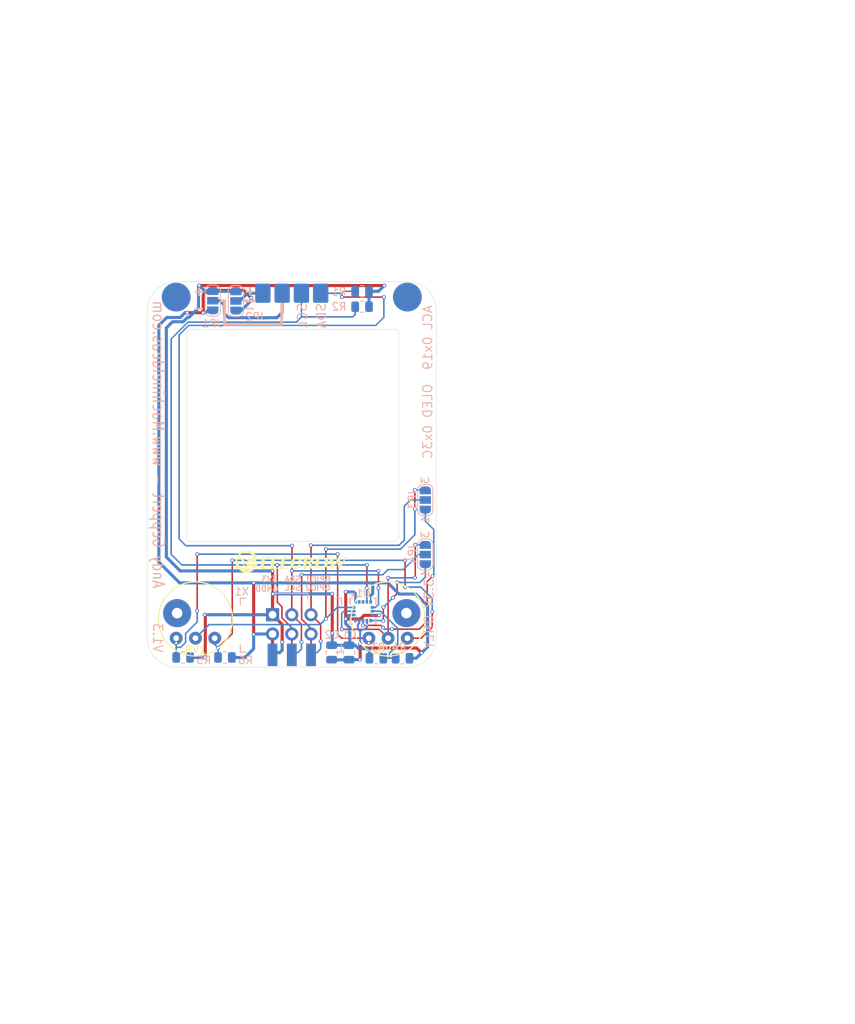
<source format=kicad_pcb>
(kicad_pcb (version 20240108) (generator "pcbnew") (generator_version "8.0")
  (title_block (title "SAO Sketch - PCB Layout") (date "2025-01-13") (rev "1.3") (company "Andy Geppert - Machine Ideas, LLC"))
  (layers (0 "F.Cu" signal) (31 "B.Cu" signal) (34 "B.Paste" user) (35 "F.Paste" user) (36 "B.SilkS" user "B.Silkscreen") (37 "F.SilkS" user "F.Silkscreen") (38 "B.Mask" user) (39 "F.Mask" user) (44 "Edge.Cuts" user))
  (net 0 "")
  (net 1 "VIN")
  (net 2 "Net-(U1-SDO{slash}SA0)")
  (net 3 "GND")
  (net 4 "/POT1L")
  (net 5 "/GPIO2")
  (net 6 "/INT1")
  (net 7 "Net-(R5-Pad2)")
  (net 8 "/GPIO1")
  (net 9 "Net-(R6-Pad1)")
  (net 10 "/SCL")
  (net 11 "/SDA")
  (net 12 "Net-(JP1-C)")
  (net 13 "Net-(JP2-C)")
  (net 14 "/POT2R")
  (net 15 "/INT2")
  (footprint "Andy_Footprint_Library:POT_RES3_91A_TTE" (layer "F.Cu") (at 65.6082 146.1656)
    (property "Reference" "RV1")
    (property "Value" "R_POT_5K")
  )
  (footprint "Andy_Footprint_Library:Badgelife-SAOv169-BADGE-2x3-Edge-Connect-no-front-text-shortened" (layer "F.Cu") (at 80.8482 144.3456)
    (property "Reference" "X1")
    (property "Value" "SAO_conn_SFH11-NBPC-D03-ST-BK")
  )
  (footprint "Andy_Footprint_Library:POT_RES3_91A_TTE" (layer "F.Cu") (at 91.0082 146.1656)
    (property "Reference" "RV2")
    (property "Value" "R_POT_5K")
  )
  (footprint "Jumper:SolderJumper-3_P1.3mm_Open_RoundedPad1.0x1.5mm_NumberLabels" (layer "B.Cu") (at 70.4342 101.6856 90)
    (property "Reference" "JP1")
    (property "Value" "SolderJumper_3_Open")
  )
  (footprint "Jumper:SolderJumper-3_P1.3mm_Open_RoundedPad1.0x1.5mm_NumberLabels" (layer "B.Cu") (at 98.4504 127.9538 90)
    (property "Reference" "JP3")
    (property "Value" "SolderJumper_3_Open")
  )
  (footprint "Andy_Footprint_Library:LGA-16_3x3x1mm_STM" (layer "B.Cu") (at 90.2462 142.6096 -90)
    (property "Reference" "U1")
    (property "Value" "LIS3DHTR")
  )
  (footprint "Resistor_SMD:R_0805_2012Metric" (layer "B.Cu") (at 90.1192 100.4456 180)
    (property "Reference" "R1")
    (property "Value" "4K7")
  )
  (footprint "Andy_Footprint_Library:OLED_1.50_128x128" (layer "B.Cu") (at 80.8482 122.0356 180)
    (property "Reference" "X2" (hide yes))
    (property "Value" "OLED_128x128")
    (fp_line (start 13.843 -10.862) (end 13.843 16.062) (stroke (width 0.05)) (layer "Edge.Cuts"))
    (fp_line (start 13.335 16.57) (end -13.589 16.57) (stroke (width 0.05)) (layer "Edge.Cuts"))
    (fp_line (start -13.589 -11.37) (end 13.335 -11.37) (stroke (width 0.05)) (layer "Edge.Cuts"))
    (fp_line (start -14.097 16.062) (end -14.097 -10.862) (stroke (width 0.05)) (layer "Edge.Cuts"))
    (fp_arc (start 13.843 16.062) (mid 13.69421 16.42121) (end 13.335 16.57) (stroke (width 0.05)) (layer "Edge.Cuts"))
    (fp_arc (start 13.335 -11.37) (mid 13.69421 -11.22121) (end 13.843 -10.862) (stroke (width 0.05)) (layer "Edge.Cuts"))
    (fp_arc (start -13.589 16.57) (mid -13.94821 16.42121) (end -14.097 16.062) (stroke (width 0.05)) (layer "Edge.Cuts"))
    (fp_arc (start -14.097 -10.862) (mid -13.94821 -11.22121) (end -13.589 -11.37) (stroke (width 0.05)) (layer "Edge.Cuts"))
  )
  (footprint "Resistor_SMD:R_0805_2012Metric" (layer "B.Cu") (at 92.0007 148.8072)
    (property "Reference" "R3")
    (property "Value" "10K")
  )
  (footprint "Resistor_SMD:R_0805_2012Metric" (layer "B.Cu") (at 95.4532 148.8072)
    (property "Reference" "R4")
    (property "Value" "10K")
  )
  (footprint "Resistor_SMD:R_0805_2012Metric" (layer "B.Cu") (at 90.1192 102.4776 180)
    (property "Reference" "R2")
    (property "Value" "4K7")
  )
  (footprint "Capacitor_SMD:C_0805_2012Metric" (layer "B.Cu") (at 88.392 148.0452 -90)
    (property "Reference" "C1")
    (property "Value" "0.1uF")
  )
  (footprint "Resistor_SMD:R_0805_2012Metric" (layer "B.Cu") (at 66.5226 148.7056 180)
    (property "Reference" "R5")
    (property "Value" "10K")
  )
  (footprint "Resistor_SMD:R_0805_2012Metric" (layer "B.Cu") (at 72.0344 148.7056)
    (property "Reference" "R6")
    (property "Value" "4K7")
  )
  (footprint "Capacitor_SMD:C_0805_2012Metric" (layer "B.Cu") (at 86.106 148.0452 -90)
    (property "Reference" "C2")
    (property "Value" "10uF")
  )
  (footprint "Jumper:SolderJumper-3_P1.3mm_Open_RoundedPad1.0x1.5mm_NumberLabels" (layer "B.Cu") (at 98.4504 135.142 90)
    (property "Reference" "JP4")
    (property "Value" "SolderJumper_3_Open")
  )
  (footprint "Jumper:SolderJumper-3_P1.3mm_Open_RoundedPad1.0x1.5mm_NumberLabels" (layer "B.Cu") (at 73.4822 101.7156 90)
    (property "Reference" "JP2")
    (property "Value" "SolderJumper_3_Open")
  )
  (gr_line (start 71.9836 104.8144) (end 79.5274 104.8144) (stroke (width 0.381)) (layer "B.SilkS"))
  (gr_line (start 71.5518 101.6902) (end 71.9836 101.6902) (stroke (width 0.381)) (layer "B.SilkS"))
  (gr_line (start 71.9836 101.6902) (end 71.9836 104.8144) (stroke (width 0.381)) (layer "B.SilkS"))
  (gr_line (start 74.6252 101.7156) (end 75.9206 101.7156) (stroke (width 0.381)) (layer "B.SilkS"))
  (gr_line (start 79.5274 104.8144) (end 79.5274 102.0966) (stroke (width 0.381)) (layer "B.SilkS"))
  (gr_poly (pts (xy 83.129659 135.503145) (xy 83.171302 135.504009) (xy 83.210514 135.505418) (xy 83.247271 135.507349) (xy 83.281547 135.509776) (xy 83.313317 135.512674) (xy 83.342558 135.516018) (xy 83.369244 135.519784) (xy 83.381845 135.521892) (xy 83.394247 135.524245) (xy 83.406451 135.526839) (xy 83.418457 135.529673) (xy 83.430264 135.532742) (xy 83.441872 135.536043) (xy 83.453282 135.539574) (xy 83.464494 135.543332) (xy 83.475507 135.547313) (xy 83.486322 135.551513) (xy 83.496939 135.555931) (xy 83.507357 135.560563) (xy 83.517576 135.565405) (xy 83.527597 135.570456) (xy 83.53742 135.575711) (xy 83.547045 135.581167) (xy 83.556397 135.586896) (xy 83.565408 135.592966) (xy 83.574085 135.599371) (xy 83.582432 135.606104) (xy 83.590458 135.61316) (xy 83.598167 135.620532) (xy 83.605566 135.628214) (xy 83.612661 135.636201) (xy 83.619459 135.644484) (xy 83.625965 135.653059) (xy 83.632186 135.66192) (xy 83.638128 135.671059) (xy 83.643797 135.680472) (xy 83.649199 135.690151) (xy 83.654341 135.70009) (xy 83.659228 135.710284) (xy 83.663023 135.720677) (xy 83.666467 135.731219) (xy 83.669558 135.74191) (xy 83.672292 135.75275) (xy 83.674667 135.763738) (xy 83.676679 135.774876) (xy 83.678325 135.786162) (xy 83.679602 135.797597) (xy 83.680506 135.80918) (xy 83.681036 135.820913) (xy 83.681188 135.832795) (xy 83.680958 135.844825) (xy 83.680343 135.857004) (xy 83.679341 135.869332) (xy 83.677948 135.881809) (xy 83.676162 135.894434) (xy 83.672193 135.915569) (xy 83.667431 135.936111) (xy 83.661874 135.956063) (xy 83.655524 135.97543) (xy 83.648381 135.994214) (xy 83.640443 136.012418) (xy 83.631712 136.030046) (xy 83.622187 136.047099) (xy 83.611868 136.063582) (xy 83.600756 136.079498) (xy 83.588849 136.09485) (xy 83.576149 136.10964) (xy 83.562656 136.123872) (xy 83.548368 136.137549) (xy 83.533287 136.150675) (xy 83.517412 136.163251) (xy 83.500744 136.174859) (xy 83.483285 136.185869) (xy 83.465039 136.196277) (xy 83.446008 136.206081) (xy 83.426196 136.215276) (xy 83.405605 136.223861) (xy 83.38424 136.231832) (xy 83.362102 136.239186) (xy 83.339196 136.24592) (xy 83.315523 136.252031) (xy 83.291088 136.257515) (xy 83.265893 136.26237) (xy 83.239942 136.266593) (xy 83.213237 136.27018) (xy 83.185782 136.273128) (xy 83.157579 136.275434) (xy 83.155463 136.286018) (xy 83.178059 136.286589) (xy 83.199813 136.287514) (xy 83.220723 136.288799) (xy 83.24079 136.290449) (xy 83.260014 136.292472) (xy 83.278394 136.294873) (xy 83.295931 136.297658) (xy 83.312625 136.300834) (xy 83.328475 136.304407) (xy 83.343482 136.308383) (xy 83.357645 136.312768) (xy 83.370966 136.317569) (xy 83.383442 136.322792) (xy 83.395076 136.328442) (xy 83.405866 136.334527) (xy 83.415813 136.341051) (xy 83.422435 136.345491) (xy 83.428806 136.350076) (xy 83.434923 136.354804) (xy 83.440783 136.359671) (xy 83.446382 136.364675) (xy 83.451717 136.369812) (xy 83.456786 136.375079) (xy 83.461585 136.380474) (xy 83.466112 136.385993) (xy 83.470362 136.391632) (xy 83.474334 136.397389) (xy 83.478023 136.403261) (xy 83.481427 136.409245) (xy 83.484542 136.415337) (xy 83.487367 136.421535) (xy 83.489896 136.427835) (xy 83.494563 136.442023) (xy 83.499057 136.459187) (xy 83.503402 136.479329) (xy 83.507622 136.502447) (xy 83.511744 136.528541) (xy 83.515791 136.557612) (xy 83.519789 136.58966) (xy 83.523762 136.624684) (xy 83.566095 137.028968) (xy 83.113129 137.028968) (xy 83.081378 136.624684) (xy 83.077306 136.58381) (xy 83.07301 136.54693) (xy 83.070771 136.529995) (xy 83.068467 136.514068) (xy 83.066095 136.499151) (xy 83.063651 136.485249) (xy 83.061132 136.472363) (xy 83.058537 136.460498) (xy 83.05586 136.449655) (xy 83.0531 136.439839) (xy 83.050253 136.431053) (xy 83.047317 136.423299) (xy 83.044287 136.41658) (xy 83.041161 136.410901) (xy 83.036399 136.403583) (xy 83.030846 136.396712) (xy 83.024506 136.390288) (xy 83.017381 136.38431) (xy 83.009475 136.378779) (xy 83.000791 136.373694) (xy 82.991332 136.369055) (xy 82.9811 136.364863) (xy 82.9701 136.361118) (xy 82.958334 136.357819) (xy 82.945805 136.354966) (xy 82.932516 136.35256) (xy 82.918471 136.350601) (xy 82.903672 136.349088) (xy 82.888123 136.348021) (xy 82.871827 136.347401) (xy 82.804094 136.347401) (xy 82.694027 137.031084) (xy 82.243177 137.031084) (xy 82.369606 136.237333) (xy 82.821028 136.237333) (xy 82.907811 136.237333) (xy 82.924232 136.23706) (xy 82.940157 136.236238) (xy 82.955585 136.234863) (xy 82.970518 136.232934) (xy 82.984954 136.230447) (xy 82.998895 136.227399) (xy 83.012339 136.223786) (xy 83.025287 136.219606) (xy 83.037739 136.214855) (xy 83.049694 136.209531) (xy 83.061154 136.20363) (xy 83.072118 136.19715) (xy 83.082585 136.190086) (xy 83.092557 136.182436) (xy 83.102032 136.174197) (xy 83.111012 136.165366) (xy 83.119593 136.155867) (xy 83.127871 136.145626) (xy 83.135838 136.134648) (xy 83.143489 136.122934) (xy 83.150818 136.110489) (xy 83.157818 136.097315) (xy 83.164483 136.083416) (xy 83.170807 136.068794) (xy 83.176784 136.053453) (xy 83.182408 136.037395) (xy 83.187671 136.020625) (xy 83.192569 136.003144) (xy 83.197095 135.984957) (xy 83.201242 135.966065) (xy 83.205005 135.946473) (xy 83.208378 135.926184) (xy 83.211651 135.905894) (xy 83.214326 135.886302) (xy 83.2164 135.867411) (xy 83.217869 135.849223) (xy 83.218731 135.831743) (xy 83.218981 135.814972) (xy 83.218618 135.798915) (xy 83.217638 135.783573) (xy 83.216037 135.768951) (xy 83.213814 135.755052) (xy 83.210964 135.741878) (xy 83.207485 135.729433) (xy 83.203373 135.717719) (xy 83.198626 135.70674) (xy 83.19324 135.6965) (xy 83.187212 135.687) (xy 83.180936 135.678169) (xy 83.174011 135.66993) (xy 83.166436 135.662281) (xy 83.158207 135.655217) (xy 83.14932 135.648736) (xy 83.139773 135.642835) (xy 83.129562 135.637511) (xy 83.118684 135.63276) (xy 83.107137 135.62858) (xy 83.094917 135.624968) (xy 83.082022 135.621919) (xy 83.068447 135.619432) (xy 83.05419 135.617503) (xy 83.039247 135.616129) (xy 83.023617 135.615307) (xy 83.007295 135.615033) (xy 82.920511 135.615033) (xy 82.821028 136.237333) (xy 82.369606 136.237333) (xy 82.486594 135.502851) (xy 83.08561 135.502851)) (stroke (width -0.000001)) (fill solid) (layer "F.SilkS"))
  (gr_poly (pts (xy 77.931528 135.623501) (xy 77.345211 135.623501) (xy 77.254195 136.184417) (xy 77.774895 136.184417) (xy 77.755844 136.302951) (xy 77.235144 136.302951) (xy 77.137778 136.908318) (xy 77.755844 136.908318) (xy 77.736794 137.031084) (xy 76.665761 137.031084) (xy 76.913411 135.502851) (xy 77.950578 135.502851)) (stroke (width -0.000001)) (fill solid) (layer "F.SilkS"))
  (gr_poly (pts (xy 81.595313 135.503223) (xy 81.624189 135.504343) (xy 81.652476 135.506213) (xy 81.680178 135.508837) (xy 81.707296 135.512217) (xy 81.733834 135.516357) (xy 81.759796 135.521259) (xy 81.785184 135.526928) (xy 81.810002 135.533365) (xy 81.834252 135.540574) (xy 81.857938 135.548559) (xy 81.881062 135.557322) (xy 81.903629 135.566866) (xy 81.925641 135.577194) (xy 81.9471 135.58831) (xy 81.968011 135.600217) (xy 81.977064 135.605898) (xy 81.985966 135.611834) (xy 81.994712 135.61803) (xy 82.0033 135.624492) (xy 82.011727 135.631228) (xy 82.019989 135.638242) (xy 82.028084 135.645542) (xy 82.036009 135.653134) (xy 82.04376 135.661022) (xy 82.051334 135.669215) (xy 82.058728 135.677718) (xy 82.06594 135.686537) (xy 82.072965 135.695679) (xy 82.079801 135.705149) (xy 82.086445 135.714954) (xy 82.092894 135.7251) (xy 82.099118 135.735468) (xy 82.105081 135.745928) (xy 82.110772 135.756475) (xy 82.116177 135.767103) (xy 82.121285 135.777805) (xy 82.126083 135.788576) (xy 82.130558 135.799408) (xy 82.134698 135.810297) (xy 82.138491 135.821234) (xy 82.141925 135.832216) (xy 82.144986 135.843234) (xy 82.147663 135.854284) (xy 82.149944 135.865358) (xy 82.151815 135.876451) (xy 82.153264 135.887556) (xy 82.154279 135.898667) (xy 82.155668 135.911578) (xy 82.15666 135.92496) (xy 82.157256 135.938888) (xy 82.157454 135.953436) (xy 82.157256 135.968679) (xy 82.15666 135.98469) (xy 82.155668 136.001545) (xy 82.154279 136.019317) (xy 81.728829 136.019317) (xy 81.732297 135.985885) (xy 81.734749 135.953866) (xy 81.736159 135.923286) (xy 81.736502 135.894169) (xy 81.736265 135.880168) (xy 81.735753 135.866541) (xy 81.734962 135.853293) (xy 81.733889 135.840426) (xy 81.73253 135.827943) (xy 81.730883 135.815849) (xy 81.728945 135.804144) (xy 81.726712 135.792834) (xy 81.721875 135.771304) (xy 81.716091 135.751162) (xy 81.712844 135.741612) (xy 81.70936 135.73241) (xy 81.705637 135.723554) (xy 81.701676 135.715046) (xy 81.697476 135.706886) (xy 81.693037 135.699072) (xy 81.688359 135.691606) (xy 81.68344 135.684487) (xy 81.678282 135.677715) (xy 81.672882 135.671291) (xy 81.667242 135.665214) (xy 81.66136 135.659484) (xy 81.655236 135.654101) (xy 81.64887 135.649066) (xy 81.642262 135.644378) (xy 81.63541 135.640037) (xy 81.628315 135.636043) (xy 81.620976 135.632397) (xy 81.613393 135.629098) (xy 81.605566 135.626146) (xy 81.597493 135.623542) (xy 81.589176 135.621285) (xy 81.580612 135.619375) (xy 81.571803 135.617812) (xy 81.562746 135.616597) (xy 81.553443 135.615728) (xy 81.543893 135.615207) (xy 81.534095 135.615034) (xy 81.524043 135.615207) (xy 81.514127 135.615728) (xy 81.504346 135.616595) (xy 81.494701 135.617808) (xy 81.485191 135.619367) (xy 81.475815 135.621271) (xy 81.466573 135.62352) (xy 81.457465 135.626113) (xy 81.44849 135.629051) (xy 81.439649 135.632332) (xy 81.430939 135.635957) (xy 81.422362 135.639925) (xy 81.413917 135.644236) (xy 81.405603 135.648888) (xy 81.39742 135.653883) (xy 81.389368 135.659219) (xy 81.373654 135.670914) (xy 81.358457 135.68397) (xy 81.343775 135.698384) (xy 81.329605 135.714153) (xy 81.315943 135.731274) (xy 81.302787 135.749744) (xy 81.290133 135.769559) (xy 81.277978 135.790717) (xy 81.267411 135.811132) (xy 81.257138 135.832695) (xy 81.237464 135.879286) (xy 81.218931 135.930541) (xy 81.201514 135.986509) (xy 81.185188 136.047239) (xy 81.169929 136.112782) (xy 81.155712 136.183185) (xy 81.142512 136.258501) (xy 81.135443 136.304513) (xy 81.129316 136.348885) (xy 81.124132 136.391613) (xy 81.11989 136.432695) (xy 81.116591 136.472128) (xy 81.114235 136.509908) (xy 81.112821 136.546033) (xy 81.11235 136.580498) (xy 81.112821 136.613302) (xy 81.114235 136.644441) (xy 81.116591 136.673911) (xy 81.11989 136.701711) (xy 81.124132 136.727836) (xy 81.129316 136.752283) (xy 81.135443 136.77505) (xy 81.142512 136.796134) (xy 81.148043 136.810371) (xy 81.154319 136.823712) (xy 81.161339 136.836154) (xy 81.169103 136.847694) (xy 81.177611 136.858329) (xy 81.186863 136.868055) (xy 81.196859 136.876869) (xy 81.2076 136.884769) (xy 81.219084 136.891751) (xy 81.231313 136.897812) (xy 81.244286 136.902949) (xy 81.258003 136.907159) (xy 81.272464 136.910439) (xy 81.287669 136.912786) (xy 81.303618 136.914196) (xy 81.320312 136.914667) (xy 81.336038 136.91427) (xy 81.351466 136.913075) (xy 81.366597 136.911081) (xy 81.381431 136.908284) (xy 81.395966 136.904681) (xy 81.410204 136.900268) (xy 81.424144 136.895043) (xy 81.437787 136.889002) (xy 81.451132 136.882143) (xy 81.464179 136.874463) (xy 81.476929 136.865957) (xy 81.489381 136.856624) (xy 81.501535 136.84646) (xy 81.513392 136.835462) (xy 81.524951 136.823626) (xy 81.536212 136.810951) (xy 81.541297 136.804947) (xy 81.546233 136.798842) (xy 81.55102 136.792631) (xy 81.555659 136.786311) (xy 81.560148 136.77988) (xy 81.564489 136.773334) (xy 81.568681 136.76667) (xy 81.572724 136.759886) (xy 81.576619 136.752977) (xy 81.580364 136.745941) (xy 81.583961 136.738775) (xy 81.587409 136.731476) (xy 81.590708 136.72404) (xy 81.593858 136.716465) (xy 81.596859 136.708747) (xy 81.599712 136.700883) (xy 81.606165 136.683624) (xy 81.612842 136.663611) (xy 81.619766 136.640869) (xy 81.626964 136.615424) (xy 81.634459 136.587299) (xy 81.642276 136.556521) (xy 81.658978 136.4871) (xy 82.092895 136.4871) (xy 82.088305 136.507516) (xy 82.083262 136.527491) (xy 82.077761 136.547032) (xy 82.071794 136.566145) (xy 82.065357 136.584836) (xy 82.058441 136.603112) (xy 82.051042 136.620979) (xy 82.043153 136.638442) (xy 82.034768 136.655509) (xy 82.025881 136.672185) (xy 82.016485 136.688476) (xy 82.006575 136.70439) (xy 81.996143 136.719931) (xy 81.985184 136.735106) (xy 81.973693 136.749922) (xy 81.961661 136.764384) (xy 81.932317 136.796307) (xy 81.901431 136.826193) (xy 81.869002 136.854039) (xy 81.835025 136.879841) (xy 81.799498 136.903597) (xy 81.762418 136.925304) (xy 81.723781 136.944958) (xy 81.683584 136.962556) (xy 81.641825 136.978096) (xy 81.5985 136.991574) (xy 81.553606 137.002987) (xy 81.50714 137.012331) (xy 81.459099 137.019605) (xy 81.40948 137.024804) (xy 81.35828 137.027926) (xy 81.305495 137.028967) (xy 81.257225 137.028049) (xy 81.21084 137.025292) (xy 81.166341 137.020693) (xy 81.123726 137.014249) (xy 81.082997 137.005958) (xy 81.044153 136.995815) (xy 81.025438 136.990049) (xy 81.007194 136.983819) (xy 80.989421 136.977124) (xy 80.97212 136.969965) (xy 80.95529 136.96234) (xy 80.938931 136.954251) (xy 80.923044 136.945695) (xy 80.907628 136.936673) (xy 80.892683 136.927184) (xy 80.878209 136.917229) (xy 80.864207 136.906805) (xy 80.850676 136.895915) (xy 80.837616 136.884556) (xy 80.825028 136.872728) (xy 80.812911 136.860431) (xy 80.801265 136.847665) (xy 80.790091 136.83443) (xy 80.779388 136.820724) (xy 80.769156 136.806548) (xy 80.759395 136.7919) (xy 80.744984 136.767914) (xy 80.731916 136.742787) (xy 80.720193 136.716519) (xy 80.709819 136.68911) (xy 80.700796 136.660559) (xy 80.693129 136.630868) (xy 80.68682 136.600036) (xy 80.681872 136.568063) (xy 80.678288 136.534948) (xy 80.676072 136.500693) (xy 80.675226 136.465297) (xy 80.675753 136.428759) (xy 80.677658 136.391081) (xy 80.680942 136.352262) (xy 80.685608 136.312302) (xy 80.691661 136.2712) (xy 80.699376 136.226602) (xy 80.708235 136.183297) (xy 80.718241 136.141287) (xy 80.729397 136.100577) (xy 80.741707 136.061169) (xy 80.755174 136.023067) (xy 80.7698 135.986272) (xy 80.785588 135.95079) (xy 80.802543 135.916622) (xy 80.820666 135.883772) (xy 80.839962 135.852242) (xy 80.860433 135.822037) (xy 80.882081 135.793159) (xy 80.904912 135.76561) (xy 80.928926 135.739395) (xy 80.954128 135.714517) (xy 80.970276 135.699708) (xy 80.98697 135.685442) (xy 81.004209 135.671715) (xy 81.021994 135.658524) (xy 81.040324 135.645867) (xy 81.059201 135.63374) (xy 81.078623 135.622141) (xy 81.09859 135.611065) (xy 81.119104 135.60051) (xy 81.140163 135.590473) (xy 81.161768 135.58095) (xy 81.183918 135.57194) (xy 81.206615 135.563437) (xy 81.229857 135.55544) (xy 81.253644 135.547946) (xy 81.277978 135.54095) (xy 81.313006 135.53202) (xy 81.348258 135.524281) (xy 81.383757 135.517733) (xy 81.41953 135.512375) (xy 81.4556 135.508208) (xy 81.491993 135.505232) (xy 81.528733 135.503446) (xy 81.565845 135.502851)) (stroke (width -0.000001)) (fill solid) (layer "F.SilkS"))
  (gr_poly (pts (xy 84.836094 135.617151) (xy 84.83186 135.617151) (xy 84.809932 135.617746) (xy 84.788597 135.619536) (xy 84.76785 135.622522) (xy 84.74769 135.626709) (xy 84.737829 135.629253) (xy 84.728112 135.632098) (xy 84.718541 135.635245) (xy 84.709115 135.638693) (xy 84.699832 135.642444) (xy 84.690694 135.646498) (xy 84.681698 135.650855) (xy 84.672846 135.655515) (xy 84.664136 135.660479) (xy 84.655569 135.665748) (xy 84.647144 135.671321) (xy 84.63886 135.677199) (xy 84.630717 135.683382) (xy 84.622714 135.689871) (xy 84.60713 135.703769) (xy 84.592104 135.718894) (xy 84.577633 135.73525) (xy 84.563714 135.75284) (xy 84.550344 135.771667) (xy 84.537794 135.791485) (xy 84.525552 135.812835) (xy 84.513625 135.83571) (xy 84.502024 135.860104) (xy 84.490758 135.886012) (xy 84.479836 135.913426) (xy 84.469268 135.942341) (xy 84.459062 135.972751) (xy 84.439777 136.038028) (xy 84.422054 136.10921) (xy 84.405968 136.186245) (xy 84.391594 136.269084) (xy 84.381577 136.335561) (xy 84.373768 136.398465) (xy 84.368191 136.457798) (xy 84.366247 136.486125) (xy 84.364871 136.513559) (xy 84.364066 136.5401) (xy 84.363833 136.565748) (xy 84.364178 136.590503) (xy 84.365102 136.614365) (xy 84.36661 136.637334) (xy 84.368703 136.65941) (xy 84.371386 136.680593) (xy 84.374661 136.700883) (xy 84.379497 136.723283) (xy 84.385277 136.744445) (xy 84.391999 136.764373) (xy 84.395713 136.773875) (xy 84.399663 136.78307) (xy 84.403849 136.791958) (xy 84.408271 136.800539) (xy 84.412928 136.808814) (xy 84.41782 136.816784) (xy 84.422949 136.824448) (xy 84.428313 136.831807) (xy 84.433912 136.838861) (xy 84.439748 136.845611) (xy 84.445819 136.852057) (xy 84.452125 136.8582) (xy 84.458668 136.86404) (xy 84.465446 136.869577) (xy 84.472459 136.874811) (xy 84.479708 136.879744) (xy 84.487193 136.884375) (xy 84.494914 136.888705) (xy 84.50287 136.892734) (xy 84.511062 136.896463) (xy 84.519489 136.899892) (xy 84.528152 136.903022) (xy 84.537051 136.905852) (xy 84.546185 136.908383) (xy 84.555555 136.910616) (xy 84.565161 136.912551) (xy 84.539761 137.028968) (xy 84.502627 137.026461) (xy 84.466632 137.022907) (xy 84.431772 137.018298) (xy 84.398043 137.01263) (xy 84.365443 137.005894) (xy 84.333968 136.998086) (xy 84.303616 136.989198) (xy 84.274383 136.979226) (xy 84.246266 136.968162) (xy 84.219263 136.956001) (xy 84.193369 136.942735) (xy 84.168583 136.92836) (xy 84.1449 136.912868) (xy 84.122318 136.896255) (xy 84.100833 136.878512) (xy 84.080443 136.859635) (xy 84.056109 136.834258) (xy 84.033901 136.807338) (xy 84.013815 136.778867) (xy 83.995843 136.74884) (xy 83.979979 136.71725) (xy 83.966218 136.684091) (xy 83.954552 136.649358) (xy 83.944977 136.613043) (xy 83.937485 136.57514) (xy 83.93207 136.535644) (xy 83.928727 136.494547) (xy 83.927448 136.451845) (xy 83.928229 136.407531) (xy 83.931061 136.361597) (xy 83.935941 136.31404) (xy 83.94286 136.264851) (xy 83.951964 136.215639) (xy 83.962609 136.168017) (xy 83.974798 136.12199) (xy 83.988534 136.077559) (xy 84.00382 136.034728) (xy 84.02066 135.9935) (xy 84.039056 135.953878) (xy 84.059012 135.915865) (xy 84.080531 135.879465) (xy 84.103615 135.84468) (xy 84.128268 135.811514) (xy 84.154494 135.779969) (xy 84.182294 135.750049) (xy 84.211673 135.721756) (xy 84.242633 135.695095) (xy 84.275177 135.670067) (xy 84.289564 135.659898) (xy 84.304149 135.650029) (xy 84.318932 135.640464) (xy 84.333914 135.631207) (xy 84.349095 135.622259) (xy 84.364474 135.613624) (xy 84.380051 135.605306) (xy 84.395827 135.597307) (xy 84.411801 135.58963) (xy 84.427974 135.582279) (xy 84.444345 135.575257) (xy 84.460914 135.568567) (xy 84.477682 135.562211) (xy 84.494649 135.556193) (xy 84.511814 135.550517) (xy 84.529177 135.545185) (xy 84.564003 135.53616) (xy 84.600218 135.528152) (xy 84.637822 135.521186) (xy 84.676814 135.515287) (xy 84.717196 135.510479) (xy 84.758968 135.506787) (xy 84.802128 135.504236) (xy 84.846677 135.502851) (xy 84.859376 135.502851)) (stroke (width -0.000001)) (fill solid) (layer "F.SilkS"))
  (gr_poly (pts (xy 87.354927 136.5506) (xy 87.865044 135.513433) (xy 88.078827 135.513433) (xy 87.230044 137.031084) (xy 87.014144 137.031084) (xy 86.806711 136.059534) (xy 86.286011 137.031084) (xy 86.07011 137.031084) (xy 85.746261 135.513433) (xy 86.214044 135.513433) (xy 86.423594 136.520967) (xy 86.95911 135.502851) (xy 87.14961 135.502851)) (stroke (width -0.000001)) (fill solid) (layer "F.SilkS"))
  (gr_poly (pts (xy 73.363493 134.85195) (xy 73.468768 134.974737) (xy 73.577565 135.094141) (xy 73.689463 135.209911) (xy 73.80404 135.321795) (xy 73.920875 135.42954) (xy 74.039544 135.532893) (xy 74.159628 135.631603) (xy 74.280704 135.725418) (xy 74.40235 135.814084) (xy 74.524145 135.897349) (xy 74.645667 135.974962) (xy 74.766495 136.04667) (xy 74.886207 136.112221) (xy 75.00438 136.171361) (xy 75.120595 136.22384) (xy 75.234427 136.269405) (xy 75.345457 136.307802) (xy 75.453263 136.338781) (xy 75.557422 136.362089) (xy 75.657513 136.377473) (xy 75.753114 136.384681) (xy 75.843804 136.383462) (xy 75.929161 136.373561) (xy 76.008764 136.354728) (xy 76.08219 136.32671) (xy 76.149018 136.289254) (xy 76.208826 136.242109) (xy 76.261193 136.185022) (xy 76.305696 136.11774) (xy 76.341915 136.040011) (xy 76.369428 135.951584) (xy 76.370127 135.964983) (xy 76.370652 135.978208) (xy 76.37128 136.004236) (xy 76.371511 136.029868) (xy 76.371544 136.055301) (xy 76.371075 136.092902) (xy 76.369676 136.13029) (xy 76.367359 136.167448) (xy 76.364136 136.204361) (xy 76.36002 136.241013) (xy 76.355024 136.27739) (xy 76.34916 136.313475) (xy 76.34244 136.349253) (xy 76.334877 136.384709) (xy 76.326482 136.419826) (xy 76.317269 136.454591) (xy 76.30725 136.488986) (xy 76.296438 136.522997) (xy 76.284843 136.556608) (xy 76.27248 136.589803) (xy 76.259361 136.622567) (xy 76.24623 136.648916) (xy 76.231876 136.673613) (xy 76.216354 136.696695) (xy 76.199718 136.718198) (xy 76.182024 136.738156) (xy 76.163325 136.756606) (xy 76.143677 136.773583) (xy 76.123134 136.789123) (xy 76.10175 136.803261) (xy 76.079581 136.816034) (xy 76.056681 136.827476) (xy 76.033105 136.837624) (xy 76.008907 136.846513) (xy 75.984142 136.854179) (xy 75.93313 136.865984) (xy 75.880505 136.873324) (xy 75.826705 136.876485) (xy 75.772168 136.875751) (xy 75.717329 136.871408) (xy 75.662627 136.863741) (xy 75.608498 136.853036) (xy 75.555381 136.839577) (xy 75.503711 136.823651) (xy 75.363917 136.771351) (xy 75.223257 136.706779) (xy 75.081909 136.630314) (xy 74.940049 136.542333) (xy 74.797855 136.443214) (xy 74.655503 136.333336) (xy 74.513169 136.213078) (xy 74.37103 136.082817) (xy 74.229263 135.942932) (xy 74.088046 135.793801) (xy 73.947554 135.635803) (xy 73.807964 135.469315) (xy 73.669453 135.294716) (xy 73.532197 135.112384) (xy 73.396375 134.922697) (xy 73.262161 134.726034)) (stroke (width -0.000001)) (fill solid) (layer "F.SilkS"))
  (gr_poly (pts (xy 85.016267 135.503545) (xy 85.057518 135.505621) (xy 85.097428 135.509074) (xy 85.136 135.513898) (xy 85.173232 135.520085) (xy 85.209124 135.527631) (xy 85.243677 135.536529) (xy 85.27689 135.546772) (xy 85.308764 135.558355) (xy 85.339299 135.571271) (xy 85.368494 135.585514) (xy 85.39635 135.601078) (xy 85.422866 135.617957) (xy 85.448042 135.636144) (xy 85.47188 135.655633) (xy 85.494377 135.676418) (xy 85.517966 135.701843) (xy 85.539518 135.728909) (xy 85.55903 135.757618) (xy 85.576498 135.787973) (xy 85.59192 135.819978) (xy 85.605292 135.853635) (xy 85.616612 135.888948) (xy 85.625876 135.92592) (xy 85.633081 135.964554) (xy 85.638224 136.004853) (xy 85.641303 136.04682) (xy 85.642313 136.090458) (xy 85.641252 136.135771) (xy 85.638117 136.182761) (xy 85.632904 136.231431) (xy 85.625611 136.281785) (xy 85.620357 136.311943) (xy 85.614134 136.342077) (xy 85.60697 136.37216) (xy 85.598888 136.40217) (xy 85.589913 136.43208) (xy 85.58007 136.461866) (xy 85.569383 136.491504) (xy 85.557878 136.520968) (xy 85.545769 136.549741) (xy 85.533239 136.577324) (xy 85.520261 136.603716) (xy 85.513598 136.616465) (xy 85.506813 136.628917) (xy 85.499904 136.641072) (xy 85.492869 136.652928) (xy 85.485703 136.664487) (xy 85.478403 136.675749) (xy 85.470968 136.686712) (xy 85.463392 136.697379) (xy 85.455675 136.707747) (xy 85.447811 136.717818) (xy 85.415961 136.755868) (xy 85.382318 136.791442) (xy 85.346878 136.824541) (xy 85.309632 136.855169) (xy 85.270576 136.883329) (xy 85.229703 136.909024) (xy 85.187007 136.932257) (xy 85.142482 136.953032) (xy 85.096121 136.971351) (xy 85.047918 136.987217) (xy 84.997867 137.000634) (xy 84.945963 137.011604) (xy 84.892197 137.020131) (xy 84.836566 137.026218) (xy 84.779061 137.029868) (xy 84.719678 137.031084) (xy 84.654061 137.028968) (xy 84.679462 136.912551) (xy 84.686609 136.914039) (xy 84.693782 136.915329) (xy 84.701004 136.91642) (xy 84.708301 136.917313) (xy 84.715696 136.918008) (xy 84.723216 136.918504) (xy 84.730885 136.918802) (xy 84.738728 136.918901) (xy 84.76068 136.918282) (xy 84.782083 136.916429) (xy 84.802934 136.913348) (xy 84.82323 136.909045) (xy 84.842967 136.903527) (xy 84.852626 136.900314) (xy 84.862144 136.8968) (xy 84.871521 136.892985) (xy 84.880757 136.88887) (xy 84.88985 136.884455) (xy 84.898801 136.879743) (xy 84.916276 136.869425) (xy 84.933177 136.857923) (xy 84.949501 136.845242) (xy 84.965245 136.83139) (xy 84.980406 136.816372) (xy 84.994982 136.800194) (xy 85.008968 136.782863) (xy 85.022362 136.764384) (xy 85.03526 136.744242) (xy 85.047762 136.722704) (xy 85.059866 136.699765) (xy 85.071574 136.675418) (xy 85.082885 136.649658) (xy 85.093799 136.622477) (xy 85.104316 136.59387) (xy 85.114436 136.56383) (xy 85.12416 136.532352) (xy 85.133486 136.499429) (xy 85.150949 136.429224) (xy 85.166824 136.353164) (xy 85.181112 136.271201) (xy 85.191125 136.202542) (xy 85.198905 136.137851) (xy 85.204404 136.077129) (xy 85.206281 136.048257) (xy 85.20757 136.020376) (xy 85.208264 135.993488) (xy 85.208356 135.967592) (xy 85.20784 135.942688) (xy 85.20671 135.918776) (xy 85.204961 135.895856) (xy 85.202585 135.873929) (xy 85.199576 135.852994) (xy 85.195929 135.833051) (xy 85.193374 135.819756) (xy 85.190476 135.806861) (xy 85.187236 135.794369) (xy 85.183659 135.782284) (xy 85.179746 135.770607) (xy 85.175502 135.759344) (xy 85.170929 135.748495) (xy 85.166031 135.738065) (xy 85.16081 135.728057) (xy 85.15527 135.718474) (xy 85.149414 135.709318) (xy 85.143244 135.700594) (xy 85.136764 135.692303) (xy 85.129977 135.68445) (xy 85.122887 135.677037) (xy 85.115495 135.670067) (xy 85.107781 135.663915) (xy 85.09972 135.658157) (xy 85.091311 135.652789) (xy 85.082555 135.647809) (xy 85.073452 135.643214) (xy 85.064001 135.639) (xy 85.054203 135.635164) (xy 85.044058 135.631703) (xy 85.033566 135.628614) (xy 85.022726 135.625895) (xy 85.011539 135.623541) (xy 85.000005 135.62155) (xy 84.988123 135.619918) (xy 84.975895 135.618643) (xy 84.963319 135.617722) (xy 84.950395 135.617151) (xy 84.973678 135.502851)) (stroke (width -0.000001)) (fill solid) (layer "F.SilkS"))
  (gr_poly (pts (xy 73.738411 135.576934) (xy 73.719347 135.639461) (xy 73.704936 135.703067) (xy 73.695055 135.767529) (xy 73.689583 135.832625) (xy 73.688398 135.898132) (xy 73.691377 135.963827) (xy 73.698398 136.029487) (xy 73.70934 136.094889) (xy 73.72408 136.159811) (xy 73.742496 136.224029) (xy 73.764466 136.287321) (xy 73.789869 136.349464) (xy 73.818581 136.410235) (xy 73.85048 136.46941) (xy 73.885446 136.526769) (xy 73.923355 136.582086) (xy 73.964086 136.63514) (xy 74.007516 136.685708) (xy 74.053523 136.733567) (xy 74.101986 136.778494) (xy 74.152782 136.820266) (xy 74.205789 136.85866) (xy 74.260885 136.893454) (xy 74.317948 136.924424) (xy 74.376856 136.951348) (xy 74.437486 136.974003) (xy 74.499718 136.992166) (xy 74.563427 137.005614) (xy 74.628494 137.014124) (xy 74.694795 137.017474) (xy 74.762208 137.015441) (xy 74.830611 137.007801) (xy 74.783315 136.96388) (xy 74.7368 136.917975) (xy 74.691252 136.870284) (xy 74.646858 136.821005) (xy 74.603803 136.770337) (xy 74.562274 136.718479) (xy 74.522456 136.665629) (xy 74.484536 136.611984) (xy 74.4487 136.557745) (xy 74.415133 136.503108) (xy 74.384021 136.448273) (xy 74.355552 136.393438) (xy 74.32991 136.338802) (xy 74.307282 136.284562) (xy 74.287854 136.230918) (xy 74.271811 136.178067) (xy 74.348945 136.279973) (xy 74.435055 136.379647) (xy 74.528898 136.476393) (xy 74.62923 136.569518) (xy 74.734809 136.658327) (xy 74.84439 136.742126) (xy 74.956731 136.820219) (xy 75.070588 136.891913) (xy 75.184718 136.956513) (xy 75.297878 137.013324) (xy 75.408823 137.061652) (xy 75.516312 137.100802) (xy 75.6191 137.13008) (xy 75.715944 137.148791) (xy 75.761749 137.153967) (xy 75.805601 137.156241) (xy 75.847346 137.155525) (xy 75.886828 137.151734) (xy 75.884724 137.15314) (xy 75.883091 137.154248) (xy 75.882412 137.154721) (xy 75.881805 137.155157) (xy 75.881253 137.155568) (xy 75.880742 137.155967) (xy 75.880256 137.156366) (xy 75.879779 137.156777) (xy 75.879296 137.157214) (xy 75.878791 137.157687) (xy 75.877654 137.158795) (xy 75.876244 137.1602) (xy 75.826474 137.202381) (xy 75.774843 137.242358) (xy 75.721426 137.280058) (xy 75.666298 137.315412) (xy 75.609532 137.348347) (xy 75.551204 137.378792) (xy 75.491387 137.406676) (xy 75.430157 137.431928) (xy 75.367587 137.454476) (xy 75.303752 137.474249) (xy 75.238727 137.491175) (xy 75.172585 137.505184) (xy 75.105402 137.516204) (xy 75.037251 137.524164) (xy 74.968207 137.528992) (xy 74.898345 137.530617) (xy 74.822607 137.528698) (xy 74.747855 137.523002) (xy 74.674183 137.513623) (xy 74.601685 137.500653) (xy 74.530453 137.484186) (xy 74.460581 137.464314) (xy 74.392162 137.441131) (xy 74.32529 137.41473) (xy 74.260059 137.385203) (xy 74.196561 137.352644) (xy 74.13489 137.317145) (xy 74.075139 137.2788) (xy 74.017402 137.237702) (xy 73.961773 137.193943) (xy 73.908344 137.147617) (xy 73.857209 137.098817) (xy 73.808462 137.047636) (xy 73.762195 136.994166) (xy 73.718503 136.938501) (xy 73.677479 136.880734) (xy 73.639215 136.820958) (xy 73.603806 136.759266) (xy 73.571345 136.69575) (xy 73.541925 136.630505) (xy 73.51564 136.563622) (xy 73.492583 136.495195) (xy 73.472847 136.425318) (xy 73.456527 136.354082) (xy 73.443714 136.281581) (xy 73.434504 136.207908) (xy 73.428988 136.133156) (xy 73.427261 136.057418) (xy 73.427879 136.014286) (xy 73.429721 135.971424) (xy 73.432773 135.928854) (xy 73.437018 135.886596) (xy 73.442441 135.844674) (xy 73.449027 135.803108) (xy 73.456761 135.76192) (xy 73.465626 135.721133) (xy 73.475607 135.680767) (xy 73.486689 135.640844) (xy 73.498856 135.601386) (xy 73.512093 135.562416) (xy 73.526385 135.523953) (xy 73.541714 135.486021) (xy 73.558067 135.448641) (xy 73.575428 135.411834)) (stroke (width -0.000001)) (fill solid) (layer "F.SilkS"))
  (gr_poly (pts (xy 78.439528 136.908318) (xy 79.055478 136.908318) (xy 79.036427 137.031084) (xy 77.967511 137.031084) (xy 78.215161 135.502851) (xy 78.666011 135.502851)) (stroke (width -0.000001)) (fill solid) (layer "F.SilkS"))
  (gr_poly (pts (xy 74.948749 134.587173) (xy 74.998741 134.589673) (xy 75.048292 134.593807) (xy 75.097373 134.599551) (xy 75.145957 134.606877) (xy 75.194015 134.61576) (xy 75.241518 134.626174) (xy 75.288439 134.638093) (xy 75.33475 134.651491) (xy 75.380421 134.666342) (xy 75.425425 134.68262) (xy 75.469733 134.700299) (xy 75.513317 134.719353) (xy 75.556149 134.739757) (xy 75.5982 134.761483) (xy 75.639442 134.784507) (xy 75.679847 134.808802) (xy 75.719387 134.834342) (xy 75.758033 134.861102) (xy 75.795757 134.889055) (xy 75.832531 134.918175) (xy 75.868326 134.948436) (xy 75.903114 134.979814) (xy 75.936867 135.01228) (xy 75.969556 135.04581) (xy 76.001154 135.080378) (xy 76.031632 135.115957) (xy 76.060961 135.152522) (xy 76.089113 135.190046) (xy 76.116061 135.228504) (xy 76.141775 135.26787) (xy 76.166228 135.308117) (xy 76.184666 135.349578) (xy 76.195491 135.377504) (xy 76.206577 135.409618) (xy 76.217315 135.445466) (xy 76.227098 135.48459) (xy 76.235319 135.526537) (xy 76.241369 135.570849) (xy 76.244642 135.617071) (xy 76.244528 135.664747) (xy 76.240421 135.713421) (xy 76.23668 135.737991) (xy 76.231712 135.762639) (xy 76.225442 135.787308) (xy 76.217795 135.811943) (xy 76.208693 135.836485) (xy 76.19806 135.860878) (xy 76.185822 135.885064) (xy 76.171902 135.908988) (xy 76.156223 135.932591) (xy 76.138711 135.955818) (xy 76.122189 135.974938) (xy 76.105211 135.992649) (xy 76.087839 136.009004) (xy 76.070139 136.024055) (xy 76.052173 136.037857) (xy 76.034006 136.050463) (xy 76.015702 136.061926) (xy 75.997324 136.0723) (xy 75.978938 136.081639) (xy 75.960606 136.089995) (xy 75.942392 136.097423) (xy 75.924361 136.103976) (xy 75.906577 136.109707) (xy 75.889103 136.11467) (xy 75.872004 136.118918) (xy 75.855342 136.122505) (xy 75.823591 136.127909) (xy 75.79436 136.13131) (xy 75.768162 136.133137) (xy 75.745507 136.133815) (xy 75.700561 136.133617) (xy 75.656504 136.129674) (xy 75.611705 136.123858) (xy 75.520239 136.106939) (xy 75.426875 136.083541) (xy 75.332327 136.054341) (xy 75.237307 136.020019) (xy 75.14253 135.981254) (xy 75.048707 135.938725) (xy 74.956553 135.893111) (xy 74.866779 135.84509) (xy 74.7801 135.795343) (xy 74.697229 135.744548) (xy 74.618878 135.693383) (xy 74.545761 135.642529) (xy 74.478591 135.592664) (xy 74.418081 135.544467) (xy 74.364944 135.498617) (xy 74.434442 135.532848) (xy 74.50165 135.564185) (xy 74.566575 135.592745) (xy 74.629222 135.618647) (xy 74.689596 135.642009) (xy 74.747702 135.662951) (xy 74.803547 135.68159) (xy 74.857135 135.698046) (xy 74.908473 135.712437) (xy 74.957564 135.724882) (xy 75.004416 135.735499) (xy 75.049033 135.744406) (xy 75.09142 135.751723) (xy 75.131584 135.757568) (xy 75.169529 135.76206) (xy 75.205261 135.765317) (xy 75.238785 135.767457) (xy 75.270107 135.7686) (xy 75.299233 135.768864) (xy 75.326167 135.768368) (xy 75.373483 135.765568) (xy 75.412099 135.76115) (xy 75.442058 135.756062) (xy 75.463403 135.751252) (xy 75.480427 135.746267) (xy 75.521119 135.73684) (xy 75.557516 135.72418) (xy 75.589691 135.708504) (xy 75.617713 135.690026) (xy 75.641655 135.668963) (xy 75.661589 135.645529) (xy 75.677584 135.61994) (xy 75.689713 135.592412) (xy 75.698047 135.56316) (xy 75.702657 135.532399) (xy 75.703615 135.500345) (xy 75.700991 135.467214) (xy 75.694857 135.433221) (xy 75.685285 135.398582) (xy 75.672346 135.363511) (xy 75.656111 135.328225) (xy 75.636651 135.292939) (xy 75.614038 135.257869) (xy 75.588343 135.223229) (xy 75.559637 135.189236) (xy 75.527992 135.156105) (xy 75.493479 135.124052) (xy 75.456169 135.093291) (xy 75.416134 135.064039) (xy 75.373445 135.036511) (xy 75.328172 135.010922) (xy 75.280389 134.987488) (xy 75.230165 134.966424) (xy 75.177572 134.947947) (xy 75.122682 134.93227) (xy 75.065566 134.919611) (xy 75.006294 134.910184) (xy 74.944229 134.90325) (xy 74.884224 134.898644) (xy 74.826257 134.896248) (xy 74.770303 134.895946) (xy 74.716339 134.897623) (xy 74.664343 134.901161) (xy 74.614291 134.906445) (xy 74.56616 134.913359) (xy 74.519926 134.921785) (xy 74.475567 134.931609) (xy 74.433059 134.942713) (xy 74.392378 134.954981) (xy 74.353502 134.968297) (xy 74.316408 134.982545) (xy 74.281071 134.997609) (xy 74.247469 135.013371) (xy 74.215579 135.029717) (xy 74.185377 135.046529) (xy 74.15684 135.063691) (xy 74.129945 135.081088) (xy 74.104668 135.098602) (xy 74.080986 135.116118) (xy 74.038316 135.15069) (xy 74.001748 135.183872) (xy 73.971096 135.214735) (xy 73.946173 135.242349) (xy 73.926794 135.265783) (xy 73.924169 135.269111) (xy 73.923218 135.270355) (xy 73.922462 135.271373) (xy 73.921867 135.272204) (xy 73.921399 135.27289) (xy 73.920709 135.273986) (xy 73.920118 135.274982) (xy 73.919353 135.276202) (xy 73.91882 135.276996) (xy 73.918142 135.277967) (xy 73.917283 135.279155) (xy 73.916211 135.2806) (xy 73.753228 135.13455) (xy 73.805295 135.073281) (xy 73.860599 135.014975) (xy 73.919004 134.959771) (xy 73.980373 134.907803) (xy 74.044569 134.859208) (xy 74.111457 134.814124) (xy 74.1809 134.772685) (xy 74.252761 134.73503) (xy 74.326904 134.701293) (xy 74.403193 134.671612) (xy 74.481491 134.646124) (xy 74.561662 134.624963) (xy 74.643569 134.608267) (xy 74.727076 134.596173) (xy 74.812047 134.588816) (xy 74.898344 134.586334)) (stroke (width -0.000001)) (fill solid) (layer "F.SilkS"))
  (gr_poly (pts (xy 80.532911 135.623501) (xy 79.944478 135.623501) (xy 79.855578 136.184417) (xy 80.376278 136.184417) (xy 80.357228 136.302951) (xy 79.836528 136.302951) (xy 79.739161 136.908318) (xy 80.357228 136.908318) (xy 80.338177 137.031084) (xy 79.267145 137.031084) (xy 79.514794 135.502851) (xy 80.551961 135.502851)) (stroke (width -0.000001)) (fill solid) (layer "F.SilkS"))
  (gr_line (start 99.8982 102.9856) (end 99.8982 146.1656) (stroke (width 0.05)) (layer "Edge.Cuts"))
  (gr_arc (start 61.7982 102.9856) (mid 62.914123 100.291523) (end 65.6082 99.1756) (stroke (width 0.05)) (layer "Edge.Cuts"))
  (gr_line (start 61.7982 146.1656) (end 61.7982 102.9856) (stroke (width 0.05)) (layer "Edge.Cuts"))
  (gr_arc (start 96.0882 99.1756) (mid 98.782277 100.291523) (end 99.8982 102.9856) (stroke (width 0.05)) (layer "Edge.Cuts"))
  (gr_line (start 65.6082 149.9756) (end 96.0882 149.9756) (stroke (width 0.05)) (layer "Edge.Cuts"))
  (gr_arc (start 99.8982 146.1656) (mid 98.782277 148.859677) (end 96.0882 149.9756) (stroke (width 0.05)) (layer "Edge.Cuts"))
  (gr_arc (start 65.6082 149.9756) (mid 62.914123 148.859677) (end 61.7982 146.1656) (stroke (width 0.05)) (layer "Edge.Cuts"))
  (gr_line (start 65.6082 99.1756) (end 96.0882 99.1756) (stroke (width 0.05)) (layer "Edge.Cuts"))
  (gr_text "3.3V ONLY" (at 98.9584 142.9398 90) (layer "B.SilkS") (effects (font (size 1.2 1.2)) (justify mirror)))
  (gr_text "-" (at 75.311 102.8078 -180) (layer "B.SilkS") (effects (font (size 1.2 1.2) (thickness 0.254)) (justify mirror)))
  (gr_text "SCL" (at 82.2198 103.646 90) (layer "B.SilkS") (effects (font (size 1.2 1.2) (thickness 0.1524)) (justify mirror)))
  (gr_text "SDA" (at 84.7344 103.6714 90) (layer "B.SilkS") (effects (font (size 1.2 1.2) (thickness 0.1524)) (justify mirror)))
  (gr_text "ACL 0x19  OLED 0x3C" (at 98.7552 112.409 90) (layer "B.SilkS") (effects (font (size 1.2 1.2)) (justify mirror)))
  (gr_text "+" (at 75.3364 100.3948 0) (layer "B.SilkS") (effects (font (size 1.2 1.2) (thickness 0.254)) (justify mirror)))
  (gr_text "+" (at 68.6308 100.4202 0) (layer "B.SilkS") (effects (font (size 1.2 1.2) (thickness 0.254)) (justify mirror)))
  (gr_text "V1.3" (at 63.1698 146.1148 270) (layer "B.SilkS") (effects (font (size 1.2 1.2)) (justify mirror)))
  (gr_text "-" (at 68.6054 102.8332 -180) (layer "B.SilkS") (effects (font (size 1.2 1.2) (thickness 0.254)) (justify mirror)))
  (gr_text "Andy Geppert - www.MachineIdeas.com" (at 63.2714 120.6386 270) (layer "B.SilkS") (effects (font (size 1.524 1.27) (thickness 0.1778)) (justify mirror)))
  (segment (start 93.0402 99.6836) (end 68.6562 99.6836) (width 0.4064) (layer "F.Cu") (net 1))
  (segment (start 69.3674 143.0756) (end 69.4482 143.1564) (width 0.4064) (layer "F.Cu") (net 1))
  (segment (start 87.9602 143.6256) (end 89.916 143.6256) (width 0.4064) (layer "F.Cu") (net 1))
  (segment (start 69.4482 143.1564) (end 69.4482 148.6248) (width 0.4064) (layer "F.Cu") (net 1))
  (segment (start 89.916 143.6256) (end 90.382289 143.159311) (width 0.4064) (layer "F.Cu") (net 1))
  (segment (start 79.5782 144.3456) (end 78.3082 143.0756) (width 0.4064) (layer "F.Cu") (net 1))
  (segment (start 86.1822 140.3236) (end 86.1568 140.3236) (width 0.4064) (layer "F.Cu") (net 1))
  (segment (start 87.9602 140.0696) (end 87.9602 143.6256) (width 0.4064) (layer "F.Cu") (net 1))
  (segment (start 90.382289 143.159311) (end 92.363489 143.159311) (width 0.4064) (layer "F.Cu") (net 1))
  (segment (start 78.3336 140.3236) (end 78.3082 140.3236) (width 0.4064) (layer "F.Cu") (net 1))
  (segment (start 78.3082 137.301) (end 78.3082 143.0756) (width 0.4064) (layer "F.Cu") (net 1))
  (segment (start 86.1822 145.5052) (end 86.1822 140.3236) (width 0.4064) (layer "F.Cu") (net 1))
  (segment (start 79.5782 146.6756) (end 79.5782 144.3456) (width 0.4064) (layer "F.Cu") (net 1))
  (segment (start 69.4482 148.6248) (end 69.3674 148.7056) (width 0.4064) (layer "F.Cu") (net 1))
  (via (at 86.1568 140.3236) (size 0.508) (drill 0.3048) (layers "F.Cu" "B.Cu") (net 1))
  (via (at 69.3674 143.0756) (size 0.508) (drill 0.3048) (layers "F.Cu" "B.Cu") (net 1))
  (via (at 87.9602 143.6256) (size 0.508) (drill 0.3048) (layers "F.Cu" "B.Cu") (net 1))
  (via (at 86.1822 145.5052) (size 0.508) (drill 0.3048) (layers "F.Cu" "B.Cu") (net 1))
  (via (at 87.9602 140.0696) (size 0.508) (drill 0.3048) (layers "F.Cu" "B.Cu") (net 1))
  (via (at 79.5782 146.6756) (size 0.508) (drill 0.3048) (layers "F.Cu" "B.Cu") (net 1))
  (via (at 78.3336 140.3236) (size 0.508) (drill 0.3048) (layers "F.Cu" "B.Cu") (net 1))
  (via (at 92.363489 143.159311) (size 0.508) (drill 0.3048) (layers "F.Cu" "B.Cu") (net 1))
  (via (at 69.3674 148.7056) (size 0.508) (drill 0.3048) (layers "F.Cu" "B.Cu") (net 1))
  (via (at 68.6562 99.6836) (size 0.508) (drill 0.3048) (layers "F.Cu" "B.Cu") (net 1))
  (via (at 93.0402 99.6836) (size 0.508) (drill 0.3048) (layers "F.Cu" "B.Cu") (net 1))
  (via (at 78.3082 137.301) (size 0.508) (drill 0.3048) (layers "F.Cu" "B.Cu") (net 1))
  (segment (start 89.6598 147.5372) (end 90.7796 147.5372) (width 0.4064) (layer "B.Cu") (net 1))
  (segment (start 67.308505 103.8746) (end 68.5546 102.628505) (width 0.4064) (layer "B.Cu") (net 1))
  (segment (start 91.0317 100.4456) (end 91.0317 102.4776) (width 0.4064) (layer "B.Cu") (net 1))
  (segment (start 64.3128 135.4722) (end 64.3128 105.2716) (width 0.4064) (layer "B.Cu") (net 1))
  (segment (start 88.392 147.0952) (end 89.2178 147.0952) (width 0.4064) (layer "B.Cu") (net 1))
  (segment (start 91.471199 143.109599) (end 92.313777 143.109599) (width 0.2032) (layer "B.Cu") (net 1))
  (segment (start 64.3128 105.2716) (end 65.1256 104.4588) (width 0.4064) (layer "B.Cu") (net 1))
  (segment (start 69.4182 100.4456) (end 73.1682 100.4456) (width 0.4064) (layer "B.Cu") (net 1))
  (segment (start 92.313777 143.109599) (end 92.363489 143.159311) (width 0.2032) (layer "B.Cu") (net 1))
  (segment (start 89.2178 147.0952) (end 89.6598 147.5372) (width 0.4064) (layer "B.Cu") (net 1))
  (segment (start 66.5226 104.4588) (end 67.1068 103.8746) (width 0.4064) (layer "B.Cu") (net 1))
  (segment (start 88.476201 143.109599) (end 87.9602 143.6256) (width 0.4064) (layer "B.Cu") (net 1))
  (segment (start 88.4936 146.9936) (end 88.4936 144.794) (width 0.4064) (layer "B.Cu") (net 1))
  (segment (start 78.3082 137.301) (end 66.1416 137.301) (width 0.4064) (layer "B.Cu") (net 1))
  (segment (start 82.8548 140.3236) (end 78.3336 140.3236) (width 0.4064) (layer "B.Cu") (net 1))
  (segment (start 69.3674 143.0756) (end 78.3082 143.0756) (width 0.4064) (layer "B.Cu") (net 1))
  (segment (start 79.2532 148.0706) (end 78.3082 148.0706) (width 0.4064) (layer "B.Cu") (net 1))
  (segment (start 89.2302 140.5776) (end 89.2302 141.368602) (width 0.3048) (layer "B.Cu") (net 1))
  (segment (start 86.1822 147.0952) (end 86.1822 145.5052) (width 0.4064) (layer "B.Cu") (net 1))
  (segment (start 65.1256 104.4588) (end 66.5226 104.4588) (width 0.4064) (layer "B.Cu") (net 1))
  (segment (start 86.1568 140.3236) (end 82.8548 140.3236) (width 0.4064) (layer "B.Cu") (net 1))
  (segment (start 89.0016 140.0696) (end 89.2302 140.2982) (width 0.4064) (layer "B.Cu") (net 1))
  (segment (start 79.5782 147.7456) (end 79.2532 148.0706) (width 0.4064) (layer "B.Cu") (net 1))
  (segment (start 87.9602 144.2606) (end 87.9602 143.6256) (width 0.4064) (layer "B.Cu") (net 1))
  (segment (start 79.5782 146.6756) (end 79.5782 147.7456) (width 0.4064) (layer "B.Cu") (net 1))
  (segment (start 67.1068 103.8746) (end 67.308505 103.8746) (width 0.4064) (layer "B.Cu") (net 1))
  (segment (start 92.2782 100.4456) (end 91.0317 100.4456) (width 0.4064) (layer "B.Cu") (net 1))
  (segment (start 68.5546 102.628505) (end 68.5546 99.7852) (width 0.4064) (layer "B.Cu") (net 1))
  (segment (start 88.392 147.0952) (end 86.1822 147.0952) (width 0.4064) (layer "B.Cu") (net 1))
  (segment (start 90.7796 147.5372) (end 91.0882 147.8458) (width 0.4064) (layer "B.Cu") (net 1))
  (segment (start 88.4936 144.794) (end 87.9602 144.2606) (width 0.4064) (layer "B.Cu") (net 1))
  (segment (start 93.0402 99.6836) (end 92.2782 100.4456) (width 0.4064) (layer "B.Cu") (net 1))
  (segment (start 88.392 147.0952) (end 88.4936 146.9936) (width 0.4064) (layer "B.Cu") (net 1))
  (segment (start 91.0882 147.8458) (end 91.0882 148.8072) (width 0.4064) (layer "B.Cu") (net 1))
  (segment (start 87.9602 140.0696) (end 89.0016 140.0696) (width 0.4064) (layer "B.Cu") (net 1))
  (segment (start 89.2302 140.2982) (end 89.2302 140.5776) (width 0.4064) (layer "B.Cu") (net 1))
  (segment (start 89.021201 143.109599) (end 88.476201 143.109599) (width 0.3048) (layer "B.Cu") (net 1))
  (segment (start 69.3674 148.7056) (end 67.4351 148.7056) (width 0.4064) (layer "B.Cu") (net 1))
  (segment (start 68.6562 99.6836) (end 69.4182 100.4456) (width 0.4064) (layer "B.Cu") (net 1))
  (segment (start 68.5546 99.7852) (end 68.6562 99.6836) (width 0.4064) (layer "B.Cu") (net 1))
  (segment (start 66.1416 137.301) (end 64.3128 135.4722) (width 0.4064) (layer "B.Cu") (net 1))
  (segment (start 93.726 148.8072) (end 92.9132 148.8072) (width 0.2032) (layer "B.Cu") (net 2))
  (segment (start 92.5322 142.6096) (end 94.8182 144.8956) (width 0.2032) (layer "B.Cu") (net 2))
  (segment (start 94.8182 144.8956) (end 94.8182 147.0292) (width 0.2032) (layer "B.Cu") (net 2))
  (segment (start 93.726 148.8072) (end 94.5407 148.8072) (width 0.2032) (layer "B.Cu") (net 2))
  (segment (start 93.726 148.1214) (end 93.726 148.8072) (width 0.2032) (layer "B.Cu") (net 2))
  (segment (start 94.8182 147.0292) (end 93.726 148.1214) (width 0.2032) (layer "B.Cu") (net 2))
  (segment (start 91.471199 142.6096) (end 92.5322 142.6096) (width 0.2032) (layer "B.Cu") (net 2))
  (segment (start 69.1642 103.265) (end 69.1642 100.903332) (width 0.4064) (layer "F.Cu") (net 3))
  (segment (start 69.748932 100.3186) (end 74.5236 100.3186) (width 0.4064) (layer "F.Cu") (net 3))
  (segment (start 75.819 138.8758) (end 75.819 145.6756) (width 0.4064) (layer "F.Cu") (net 3))
  (segment (start 97.9551 148.1087) (end 97.3074 147.461) (width 0.4064) (layer "F.Cu") (net 3))
  (segment (start 89.8652 148.9342) (end 89.8144 148.985) (width 0.4064) (layer "F.Cu") (net 3))
  (segment (start 97.3074 147.461) (end 89.8652 147.461) (width 0.4064) (layer "F.Cu") (net 3))
  (segment (start 69.1642 100.903332) (end 69.748932 100.3186) (width 0.4064) (layer "F.Cu") (net 3))
  (segment (start 67.056 103.265) (end 69.1642 103.265) (width 0.4064) (layer "F.Cu") (net 3))
  (segment (start 78.3082 145.6156) (end 78.3082 148.0706) (width 0.4064) (layer "F.Cu") (net 3))
  (segment (start 89.8652 146.8756) (end 89.8652 148.9342) (width 0.4064) (layer "F.Cu") (net 3))
  (segment (start 74.5236 100.3186) (end 75.5142 101.3092) (width 0.4064) (layer "F.Cu") (net 3))
  (via (at 89.8652 146.8756) (size 0.508) (drill 0.3048) (layers "F.Cu" "B.Cu") (net 3))
  (via (at 69.1642 103.265) (size 0.508) (drill 0.3048) (layers "F.Cu" "B.Cu") (net 3))
  (via (at 97.9551 148.1087) (size 0.508) (drill 0.3048) (layers "F.Cu" "B.Cu") (net 3))
  (via (at 75.819 138.8758) (size 0.508) (drill 0.3048) (layers "F.Cu" "B.Cu") (net 3))
  (via (at 67.056 103.265) (size 0.508) (drill 0.3048) (layers "F.Cu" "B.Cu") (net 3))
  (via (at 75.819 145.6756) (size 0.508) (drill 0.3048) (layers "F.Cu" "B.Cu") (net 3))
  (via (at 89.8144 148.985) (size 0.508) (drill 0.3048) (layers "F.Cu" "B.Cu") (net 3))
  (via (at 75.5142 101.3092) (size 0.508) (drill 0.3048) (layers "F.Cu" "B.Cu") (net 3))
  (segment (start 75.819 147.5626) (end 74.676 148.7056) (width 0.4064) (layer "B.Cu") (net 3))
  (segment (start 63.3222 136.1326) (end 63.3222 104.9414) (width 0.4064) (layer "B.Cu") (net 3))
  (segment (start 66.0654 138.8758) (end 63.3222 136.1326) (width 0.4064) (layer "B.Cu") (net 3))
  (segment (start 86.1314 149.0206) (end 86.106 148.9952) (width 0.4064) (layer "B.Cu") (net 3))
  (segment (start 90.776771 144.69663) (end 90.464313 145.009088) (width 0.254) (layer "B.Cu") (net 3))
  (segment (start 91.246201 140.5522) (end 91.246201 141.384601) (width 0.2032) (layer "B.Cu") (net 3))
  (segment (start 69.4936 103.265) (end 69.773 102.9856) (width 0.4064) (layer "B.Cu") (net 3))
  (segment (start 75.819 138.8758) (end 66.0654 138.8758) (width 0.4064) (layer "B.Cu") (net 3))
  (segment (start 88.392 148.9952) (end 88.3666 149.0206) (width 0.4064) (layer "B.Cu") (net 3))
  (segment (start 89.8144 148.985) (end 89.8042 148.9952) (width 0.4064) (layer "B.Cu") (net 3))
  (segment (start 89.5604 144.3634) (end 89.746201 144.177599) (width 0.254) (layer "B.Cu") (net 3))
  (segment (start 98.7552 141.900114) (end 97.204086 140.349) (width 0.4064) (layer "B.Cu") (net 3))
  (segment (start 89.8652 145.2766) (end 89.5604 144.9718) (width 0.254) (layer "B.Cu") (net 3))
  (segment (start 97.204086 140.349) (end 94.996 140.349) (width 0.4064) (layer "B.Cu") (net 3))
  (segment (start 75.819 138.8758) (end 91.567 138.8758) (width 0.4064) (layer "B.Cu") (net 3))
  (segment (start 91.5162 140.282201) (end 91.5162 138.9266) (width 0.4064) (layer "B.Cu") (net 3))
  (segment (start 90.746199 143.834599) (end 90.746199 144.123599) (width 0.254) (layer "B.Cu") (net 3))
  (segment (start 94.996 140.349) (end 93.5228 138.8758) (width 0.4064) (layer "B.Cu") (net 3))
  (segment (start 66.7766 103.265) (end 67.056 103.265) (width 0.4064) (layer "B.Cu") (net 3))
  (segment (start 90.776771 144.154171) (end 90.776771 144.69663) (width 0.254) (layer "B.Cu") (net 3))
  (segment (start 63.3222 104.9414) (end 64.3636 103.9) (width 0.4064) (layer "B.Cu") (net 3))
  (segment (start 64.3636 103.9) (end 66.1416 103.9) (width 0.4064) (layer "B.Cu") (net 3))
  (segment (start 75.5142 101.6448) (end 74.1434 103.0156) (width 0.4064) (layer "B.Cu") (net 3))
  (segment (start 91.246201 140.5522) (end 91.5162 140.282201) (width 0.4064) (layer "B.Cu") (net 3))
  (segment (start 75.819 145.6756) (end 75.879 145.6156) (width 0.4064) (layer "B.Cu") (net 3))
  (segment (start 88.3666 149.0206) (end 86.1314 149.0206) (width 0.4064) (layer "B.Cu") (net 3))
  (segment (start 93.5228 138.8758) (end 91.567 138.8758) (width 0.4064) (layer "B.Cu") (net 3))
  (segment (start 90.132712 145.009088) (end 89.8652 145.2766) (width 0.254) (layer "B.Cu") (net 3))
  (segment (start 89.8652 145.2766) (end 89.8652 146.8756) (width 0.254) (layer "B.Cu") (net 3))
  (segment (start 97.2566 148.8072) (end 97.9551 148.1087) (width 0.4064) (layer "B.Cu") (net 3))
  (segment (start 90.746199 144.123599) (end 90.776771 144.154171) (width 0.254) (layer "B.Cu") (net 3))
  (segment (start 75.819 145.6756) (end 75.819 147.5626) (width 0.4064) (layer "B.Cu") (net 3))
  (segment (start 69.773 102.9856) (end 70.4342 102.9856) (width 0.4064) (layer "B.Cu") (net 3))
  (segment (start 74.1434 103.0156) (end 73.4822 103.0156) (width 0.4064) (layer "B.Cu") (net 3))
  (segment (start 74.676 148.7056) (end 72.9469 148.7056) (width 0.4064) (layer "B.Cu") (net 3))
  (segment (start 98.7552 147.3086) (end 98.7552 141.900114) (width 0.4064) (layer "B.Cu") (net 3))
  (segment (start 75.879 145.6156) (end 78.3082 145.6156) (width 0.4064) (layer "B.Cu") (net 3))
  (segment (start 75.5142 101.3092) (end 75.5142 101.6448) (width 0.4064) (layer "B.Cu") (net 3))
  (segment (start 69.1642 103.265) (end 69.4936 103.265) (width 0.4064) (layer "B.Cu") (net 3))
  (segment (start 89.5604 144.9718) (end 89.5604 144.3634) (width 0.254) (layer "B.Cu") (net 3))
  (segment (start 89.746201 144.177599) (end 89.746201 143.834599) (width 0.254) (layer "B.Cu") (net 3))
  (segment (start 89.8042 148.9952) (end 88.392 148.9952) (width 0.4064) (layer "B.Cu") (net 3))
  (segment (start 97.9551 148.1087) (end 98.7552 147.3086) (width 0.4064) (layer "B.Cu") (net 3))
  (segment (start 96.3657 148.8072) (end 97.2566 148.8072) (width 0.4064) (layer "B.Cu") (net 3))
  (segment (start 66.1416 103.9) (end 66.7766 103.265) (width 0.4064) (layer "B.Cu") (net 3))
  (segment (start 90.464313 145.009088) (end 90.132712 145.009088) (width 0.254) (layer "B.Cu") (net 3))
  (segment (start 85.344 134.4308) (end 85.344 134.6594) (width 0.2032) (layer "F.Cu") (net 4))
  (segment (start 85.344 143.6002) (end 85.344 134.4308) (width 0.2032) (layer "F.Cu") (net 4))
  (segment (start 97.0788 129.173) (end 97.0788 126.633) (width 0.2032) (layer "F.Cu") (net 4))
  (via (at 85.344 143.6002) (size 0.508) (drill 0.3048) (layers "F.Cu" "B.Cu") (net 4))
  (via (at 97.0788 126.633) (size 0.508) (drill 0.3048) (layers "F.Cu" "B.Cu") (net 4))
  (via (at 97.0788 129.173) (size 0.508) (drill 0.3048) (layers "F.Cu" "B.Cu") (net 4))
  (via (at 85.344 134.4308) (size 0.508) (drill 0.3048) (layers "F.Cu" "B.Cu") (net 4))
  (segment (start 85.344 143.6002) (end 84.5686 144.3756) (width 0.2032) (layer "B.Cu") (net 4))
  (segment (start 95.1738 134.4308) (end 97.0788 132.5258) (width 0.2032) (layer "B.Cu") (net 4))
  (segment (start 85.344 143.6002) (end 86.834599 142.109601) (width 0.2032) (layer "B.Cu") (net 4))
  (segment (start 85.344 134.4308) (end 95.1738 134.4308) (width 0.2032) (layer "B.Cu") (net 4))
  (segment (start 84.5686 144.3756) (end 69.9382 144.3756) (width 0.2032) (layer "B.Cu") (net 4))
  (segment (start 97.0788 126.633) (end 98.4296 126.633) (width 0.2032) (layer "B.Cu") (net 4))
  (segment (start 98.4296 126.633) (end 98.4504 126.6538) (width 0.2032) (layer "B.Cu") (net 4))
  (segment (start 86.834599 142.109601) (end 89.021201 142.109601) (width 0.2032) (layer "B.Cu") (net 4))
  (segment (start 97.0788 132.5258) (end 97.0788 129.173) (width 0.2032) (layer "B.Cu") (net 4))
  (segment (start 69.9382 144.3756) (end 68.1482 146.1656) (width 0.2032) (layer "B.Cu") (net 4))
  (segment (start 83.3882 145.6156) (end 83.3882 144.897179) (width 0.2032) (layer "F.Cu") (net 5))
  (segment (start 82.1436 143.652579) (end 82.1436 137.809) (width 0.2032) (layer "F.Cu") (net 5))
  (segment (start 83.3882 145.6156) (end 83.3882 148.0706) (width 0.2032) (layer "F.Cu") (net 5))
  (segment (start 83.3882 144.897179) (end 82.1436 143.652579) (width 0.2032) (layer "F.Cu") (net 5))
  (via (at 82.1436 137.809) (size 0.508) (drill 0.3048) (layers "F.Cu" "B.Cu") (net 5))
  (segment (start 92.837 137.809) (end 93.5228 137.1232) (width 0.2032) (layer "B.Cu") (net 5))
  (segment (start 95.5548 137.1232) (end 97.536 135.142) (width 0.2032) (layer "B.Cu") (net 5))
  (segment (start 97.536 135.142) (end 98.4504 135.142) (width 0.2032) (layer "B.Cu") (net 5))
  (segment (start 93.5228 137.1232) (end 95.5548 137.1232) (width 0.2032) (layer "B.Cu") (net 5))
  (segment (start 82.1436 137.809) (end 92.837 137.809) (width 0.2032) (layer "B.Cu") (net 5))
  (segment (start 90.243371 144.475688) (end 90.243459 144.4756) (width 0.2032) (layer "F.Cu") (net 6))
  (segment (start 97.6592 144.9756) (end 94.06 144.9756) (width 0.2032) (layer "F.Cu") (net 6))
  (segment (start 98.7044 143.9304) (end 97.6592 144.9756) (width 0.2032) (layer "F.Cu") (net 6))
  (segment (start 90.243459 144.4756) (end 92.57662 144.4756) (width 0.2032) (layer "F.Cu") (net 6))
  (segment (start 98.7044 138.698) (end 98.7044 143.9304) (width 0.2032) (layer "F.Cu") (net 6))
  (segment (start 94.06 144.9756) (end 94.0562 144.9718) (width 0.2032) (layer "F.Cu") (net 6))
  (segment (start 92.57662 144.4756) (end 92.86962 144.7686) (width 0.2032) (layer "F.Cu") (net 6))
  (segment (start 99.4156 137.9868) (end 98.7044 138.698) (width 0.2032) (layer "F.Cu") (net 6))
  (via (at 92.86962 144.7686) (size 0.508) (drill 0.3048) (layers "F.Cu" "B.Cu") (net 6))
  (via (at 90.243371 144.475688) (size 0.508) (drill 0.3048) (layers "F.Cu" "B.Cu") (net 6))
  (via (at 99.4156 137.9868) (size 0.508) (drill 0.3048) (layers "F.Cu" "B.Cu") (net 6))
  (via (at 94.0562 144.9718) (size 0.508) (drill 0.3048) (layers "F.Cu" "B.Cu") (net 6))
  (segment (start 99.568 131.84) (end 98.4504 130.7224) (width 0.2032) (layer "B.Cu") (net 6))
  (segment (start 99.4156 137.9868) (end 99.568 137.8344) (width 0.2032) (layer "B.Cu") (net 6))
  (segment (start 90.2462 144.472859) (end 90.2462 143.834599) (width 0.2032) (layer "B.Cu") (net 6))
  (segment (start 99.568 137.8344) (end 99.568 131.84) (width 0.2032) (layer "B.Cu") (net 6))
  (segment (start 92.86962 144.7686) (end 93.07282 144.9718) (width 0.2032) (layer "B.Cu") (net 6))
  (segment (start 93.07282 144.9718) (end 94.0562 144.9718) (width 0.2032) (layer "B.Cu") (net 6))
  (segment (start 90.243371 144.475688) (end 90.2462 144.472859) (width 0.2032) (layer "B.Cu") (net 6))
  (segment (start 98.4504 130.7224) (end 98.4504 129.2538) (width 0.2032) (layer "B.Cu") (net 6))
  (segment (start 86.8934 145.6576) (end 87.4014 146.1656) (width 0.2032) (layer "F.Cu") (net 7))
  (segment (start 68.3768 135.0912) (end 68.3768 142.5588) (width 0.2032) (layer "F.Cu") (net 7))
  (segment (start 86.8934 135.096) (end 86.8934 145.6576) (width 0.2032) (layer "F.Cu") (net 7))
  (segment (start 87.4014 146.1656) (end 91.0082 146.1656) (width 0.2032) (layer "F.Cu") (net 7))
  (segment (start 86.8982 135.0912) (end 86.8934 135.096) (width 0.2032) (layer "F.Cu") (net 7))
  (via (at 68.3768 135.0912) (size 0.508) (drill 0.3048) (layers "F.Cu" "B.Cu") (net 7))
  (via (at 86.8982 135.0912) (size 0.508) (drill 0.3048) (layers "F.Cu" "B.Cu") (net 7))
  (via (at 68.3768 142.5588) (size 0.508) (drill 0.3048) (layers "F.Cu" "B.Cu") (net 7))
  (segment (start 68.3768 135.0912) (end 86.8982 135.0912) (width 0.2032) (layer "B.Cu") (net 7))
  (segment (start 65.6101 146.1675) (end 65.6082 146.1656) (width 0.2032) (layer "B.Cu") (net 7))
  (segment (start 65.6101 148.7056) (end 65.6101 146.1675) (width 0.2032) (layer "B.Cu") (net 7))
  (segment (start 68.3768 144.032) (end 66.8482 145.5606) (width 0.2032) (layer "B.Cu") (net 7))
  (segment (start 65.6101 147.3756) (end 65.6101 147.1562) (width 0.2032) (layer "B.Cu") (net 7))
  (segment (start 66.8482 145.5606) (end 66.8482 146.729) (width 0.2032) (layer "B.Cu") (net 7))
  (segment (start 66.8482 146.729) (end 66.2016 147.3756) (width 0.2032) (layer "B.Cu") (net 7))
  (segment (start 66.2016 147.3756) (end 65.6101 147.3756) (width 0.2032) (layer "B.Cu") (net 7))
  (segment (start 68.3768 142.5588) (end 68.3768 144.032) (width 0.2032) (layer "B.Cu") (net 7))
  (segment (start 84.6582 144.3456) (end 83.3882 143.0756) (width 0.2032) (layer "F.Cu") (net 8))
  (segment (start 83.3628 133.9228) (end 83.3882 133.9482) (width 0.2032) (layer "F.Cu") (net 8))
  (segment (start 83.3882 133.9482) (end 83.3882 143.0756) (width 0.2032) (layer "F.Cu") (net 8))
  (segment (start 84.6582 146.5756) (end 84.6582 144.3456) (width 0.2032) (layer "F.Cu") (net 8))
  (via (at 83.3628 133.9228) (size 0.508) (drill 0.3048) (layers "F.Cu" "B.Cu") (net 8))
  (via (at 84.6582 146.5756) (size 0.508) (drill 0.3048) (layers "F.Cu" "B.Cu") (net 8))
  (segment (start 96.4946 127.9538) (end 98.4504 127.9538) (width 0.2032) (layer "B.Cu") (net 8))
  (segment (start 95.6818 128.7666) (end 96.4946 127.9538) (width 0.2032) (layer "B.Cu") (net 8))
  (segment (start 94.996 133.9228) (end 95.6818 133.237) (width 0.2032) (layer "B.Cu") (net 8))
  (segment (start 84.6582 146.5756) (end 84.6582 147.5656) (width 0.2032) (layer "B.Cu") (net 8))
  (segment (start 95.6818 133.237) (end 95.6818 128.7666) (width 0.2032) (layer "B.Cu") (net 8))
  (segment (start 84.6582 147.5656) (end 84.1532 148.0706) (width 0.2032) (layer "B.Cu") (net 8))
  (segment (start 84.1532 148.0706) (end 83.3882 148.0706) (width 0.2032) (layer "B.Cu") (net 8))
  (segment (start 83.3628 133.9228) (end 94.996 133.9228) (width 0.2032) (layer "B.Cu") (net 8))
  (segment (start 97.917 146.1656) (end 96.0882 146.1656) (width 0.2032) (layer "F.Cu") (net 9))
  (segment (start 99.3648 144.7178) (end 97.917 146.1656) (width 0.2032) (layer "F.Cu") (net 9))
  (segment (start 99.3648 142.6604) (end 99.3648 144.7178) (width 0.2032) (layer "F.Cu") (net 9))
  (segment (start 71.12 147.4356) (end 72.9996 145.556) (width 0.2032) (layer "F.Cu") (net 9))
  (segment (start 72.9996 145.556) (end 72.9996 135.904) (width 0.2032) (layer "F.Cu") (net 9))
  (segment (start 95.7834 139.4346) (end 95.7834 135.904) (width 0.2032) (layer "F.Cu") (net 9))
  (via (at 71.12 147.4356) (size 0.508) (drill 0.3048) (layers "F.Cu" "B.Cu") (net 9))
  (via (at 95.7834 139.4346) (size 0.508) (drill 0.3048) (layers "F.Cu" "B.Cu") (net 9))
  (via (at 72.9996 135.904) (size 0.508) (drill 0.3048) (layers "F.Cu" "B.Cu") (net 9))
  (via (at 99.3648 142.6604) (size 0.508) (drill 0.3048) (layers "F.Cu" "B.Cu") (net 9))
  (via (at 95.7834 135.904) (size 0.508) (drill 0.3048) (layers "F.Cu" "B.Cu") (net 9))
  (segment (start 95.7834 135.904) (end 72.9996 135.904) (width 0.2032) (layer "B.Cu") (net 9))
  (segment (start 71.12 148.7037) (end 71.1219 148.7056) (width 0.2032) (layer "B.Cu") (net 9))
  (segment (start 97.870213 139.4346) (end 95.7834 139.4346) (width 0.2032) (layer "B.Cu") (net 9))
  (segment (start 71.12 147.4356) (end 71.12 148.7037) (width 0.2032) (layer "B.Cu") (net 9))
  (segment (start 99.3648 142.6604) (end 99.3648 140.929187) (width 0.2032) (layer "B.Cu") (net 9))
  (segment (start 99.3648 140.929187) (end 97.870213 139.4346) (width 0.2032) (layer "B.Cu") (net 9))
  (segment (start 70.6882 147.0038) (end 70.6882 146.1656) (width 0.2032) (layer "B.Cu") (net 9))
  (segment (start 71.12 147.4356) (end 70.6882 147.0038) (width 0.2032) (layer "B.Cu") (net 9))
  (segment (start 80.8482 144.7756) (end 80.8482 145.6156) (width 0.2032) (layer "F.Cu") (net 10))
  (segment (start 80.8482 145.6156) (end 80.8482 148.0706) (width 0.2032) (layer "F.Cu") (net 10))
  (segment (start 78.9432 136.5136) (end 78.9432 141.4206) (width 0.2032) (layer "F.Cu") (net 10))
  (segment (start 78.9432 141.4206) (end 79.5482 142.0256) (width 0.2032) (layer "F.Cu") (net 10))
  (segment (start 90.7542 139.553599) (end 90.746199 139.5616) (width 0.2032) (layer "F.Cu") (net 10))
  (segment (start 90.7542 136.5136) (end 90.7542 139.553599) (width 0.2032) (layer "F.Cu") (net 10))
  (segment (start 79.5482 143.4756) (end 80.8482 144.7756) (width 0.2032) (layer "F.Cu") (net 10))
  (segment (start 79.5482 142.0256) (end 79.5482 143.4756) (width 0.2032) (layer "F.Cu") (net 10))
  (via (at 78.9432 136.5136) (size 0.508) (drill 0.3048) (layers "F.Cu" "B.Cu") (net 10))
  (via (at 90.746199 139.5616) (size 0.508) (drill 0.3048) (layers "F.Cu" "B.Cu") (net 10))
  (via (at 90.7542 136.5136) (size 0.508) (drill 0.3048) (layers "F.Cu" "B.Cu") (net 10))
  (segment (start 81.4324 104.5096) (end 82.1182 103.8238) (width 0.2032) (layer "B.Cu") (net 10))
  (segment (start 89.2067 102.4776) (end 89.2067 103.4917) (width 0.2032) (layer "B.Cu") (net 10))
  (segment (start 67.1576 104.5096) (end 81.4324 104.5096) (width 0.2032) (layer "B.Cu") (net 10))
  (segment (start 64.9478 135.1166) (end 64.9478 106.7194) (width 0.2032) (layer "B.Cu") (net 10))
  (segment (start 82.1182 103.8238) (end 82.1182 100.6996) (width 0.2032) (layer "B.Cu") (net 10))
  (segment (start 89.2067 103.4917) (end 88.8746 103.8238) (width 0.2032) (layer "B.Cu") (net 10))
  (segment (start 90.7542 136.5136) (end 66.3448 136.5136) (width 0.2032) (layer "B.Cu") (net 10))
  (segment (start 88.8746 103.8238) (end 82.1182 103.8238) (width 0.2032) (layer "B.Cu") (net 10))
  (segment (start 64.9478 106.7194) (end 67.1576 104.5096) (width 0.2032) (layer "B.Cu") (net 10))
  (segment (start 66.3448 136.5136) (end 64.9478 135.1166) (width 0.2032) (layer "B.Cu") (net 10))
  (segment (start 90.746199 139.5616) (end 90.746199 141.384601) (width 0.2032) (layer "B.Cu") (net 10))
  (segment (start 80.8482 137.1994) (end 80.8482 143.0756) (width 0.2032) (layer "F.Cu") (net 11))
  (segment (start 80.8736 133.9736) (end 80.8736 137.2752) (width 0.2032) (layer "F.Cu") (net 11))
  (segment (start 82.1182 144.3456) (end 82.1182 146.6756) (width 0.2032) (layer "F.Cu") (net 11))
  (segment (start 92.2782 139.5616) (end 92.2782 137.3006) (width 0.2032) (layer "F.Cu") (net 11))
  (segment (start 80.8482 143.0756) (end 82.1182 144.3456) (width 0.2032) (layer "F.Cu") (net 11))
  (segment (start 80.8736 137.2752) (end 80.8482 137.3006) (width 0.2032) (layer "F.Cu") (net 11))
  (segment (start 92.9894 101.2076) (end 87.4522 101.2076) (width 0.2032) (layer "F.Cu") (net 11))
  (via (at 92.2782 139.5616) (size 0.508) (drill 0.3048) (layers "F.Cu" "B.Cu") (net 11))
  (via (at 92.9894 101.2076) (size 0.508) (drill 0.3048) (layers "F.Cu" "B.Cu") (net 11))
  (via (at 92.2782 137.3006) (size 0.508) (drill 0.3048) (layers "F.Cu" "B.Cu") (net 11))
  (via (at 80.8482 137.3006) (size 0.508) (drill 0.3048) (layers "F.Cu" "B.Cu") (net 11))
  (via (at 80.8736 133.9736) (size 0.508) (drill 0.3048) (layers "F.Cu" "B.Cu") (net 11))
  (via (at 87.4522 101.2076) (size 0.508) (drill 0.3048) (layers "F.Cu" "B.Cu") (net 11))
  (via (at 82.1182 146.6756) (size 0.508) (drill 0.3048) (layers "F.Cu" "B.Cu") (net 11))
  (segment (start 80.8736 133.9736) (end 66.8782 133.9736) (width 0.2032) (layer "B.Cu") (net 11))
  (segment (start 80.8482 137.3006) (end 80.8482 137.1994) (width 0.2032) (layer "B.Cu") (net 11))
  (segment (start 81.6532 148.0706) (end 80.8482 148.0706) (width 0.2032) (layer "B.Cu") (net 11))
  (segment (start 82.1182 147.6056) (end 81.6532 148.0706) (width 0.2032) (layer "B.Cu") (net 11))
  (segment (start 92.2782 137.3006) (end 80.8482 137.3006) (width 0.2032) (layer "B.Cu") (net 11))
  (segment (start 92.2782 141.7206) (end 91.889199 142.109601) (width 0.2032) (layer "B.Cu") (net 11))
  (segment (start 82.1182 146.6756) (end 82.1182 147.6056) (width 0.2032) (layer "B.Cu") (net 11))
  (segment (start 84.6582 100.6996) (end 87.4522 100.6996) (width 0.2032) (layer "B.Cu") (net 11))
  (segment (start 87.7062 100.4456) (end 89.2067 100.4456) (width 0.2032) (layer "B.Cu") (net 11))
  (segment (start 92.9894 103.8746) (end 92.9894 101.2076) (width 0.2032) (layer "B.Cu") (net 11))
  (segment (start 65.9892 133.0846) (end 65.9892 106.2114) (width 0.2032) (layer "B.Cu") (net 11))
  (segment (start 91.889199 142.109601) (end 91.471199 142.109601) (width 0.2032) (layer "B.Cu") (net 11))
  (segment (start 67.2592 104.9414) (end 91.9226 104.9414) (width 0.2032) (layer "B.Cu") (net 11))
  (segment (start 87.4522 100.6996) (end 87.4522 101.2076) (width 0.2032) (layer "B.Cu") (net 11))
  (segment (start 65.9892 106.2114) (end 67.2592 104.9414) (width 0.2032) (layer "B.Cu") (net 11))
  (segment (start 92.2782 139.5616) (end 92.2782 141.7206) (width 0.2032) (layer "B.Cu") (net 11))
  (segment (start 87.4522 100.6996) (end 87.7062 100.4456) (width 0.2032) (layer "B.Cu") (net 11))
  (segment (start 66.8782 133.9736) (end 65.9892 133.0846) (width 0.2032) (layer "B.Cu") (net 11))
  (segment (start 91.9226 104.9414) (end 92.9894 103.8746) (width 0.2032) (layer "B.Cu") (net 11))
  (segment (start 70.4342 101.6856) (end 71.3874 101.6856) (width 0.4064) (layer "B.Cu") (net 12))
  (segment (start 78.8924 103.9254) (end 79.5782 103.2396) (width 0.4064) (layer "B.Cu") (net 12))
  (segment (start 71.9582 103.3666) (end 72.517 103.9254) (width 0.4064) (layer "B.Cu") (net 12))
  (segment (start 79.5782 103.2396) (end 79.5782 100.6996) (width 0.4064) (layer "B.Cu") (net 12))
  (segment (start 72.517 103.9254) (end 78.8924 103.9254) (width 0.4064) (layer "B.Cu") (net 12))
  (segment (start 71.9582 102.2564) (end 71.9582 103.3666) (width 0.4064) (layer "B.Cu") (net 12))
  (segment (start 71.3874 101.6856) (end 71.9582 102.2564) (width 0.4064) (layer "B.Cu") (net 12))
  (segment (start 73.4822 101.7156) (end 73.992168 101.7156) (width 0.4064) (layer "B.Cu") (net 13))
  (segment (start 73.992168 101.7156) (end 75.008168 100.6996) (width 0.4064) (layer "B.Cu") (net 13))
  (segment (start 75.008168 100.6996) (end 77.0382 100.6996) (width 0.4064) (layer "B.Cu") (net 13))
  (segment (start 92.3832 145.0006) (end 93.5482 146.1656) (width 0.2032) (layer "F.Cu") (net 14))
  (segment (start 87.4268 145.0006) (end 92.3832 145.0006) (width 0.2032) (layer "F.Cu") (net 14))
  (segment (start 93.5482 138.2408) (end 93.5482 146.1656) (width 0.2032) (layer "F.Cu") (net 14))
  (segment (start 97.0788 138.19) (end 97.1296 138.1392) (width 0.2032) (layer "F.Cu") (net 14))
  (segment (start 93.5736 138.2154) (end 93.5482 138.2408) (width 0.2032) (layer "F.Cu") (net 14))
  (segment (start 97.1296 138.1392) (end 97.1296 133.8466) (width 0.2032) (layer "F.Cu") (net 14))
  (via (at 93.5736 138.2154) (size 0.508) (drill 0.3048) (layers "F.Cu" "B.Cu") (net 14))
  (via (at 87.4268 145.0006) (size 0.508) (drill 0.3048) (layers "F.Cu" "B.Cu") (net 14))
  (via (at 97.1296 133.8466) (size 0.508) (drill 0.3048) (layers "F.Cu" "B.Cu") (net 14))
  (via (at 97.0788 138.19) (size 0.508) (drill 0.3048) (layers "F.Cu" "B.Cu") (net 14))
  (segment (start 97.1296 133.8466) (end 98.4458 133.8466) (width 0.2032) (layer "B.Cu") (net 14))
  (segment (start 87.4268 145.0006) (end 87.4268 142.889) (width 0.2032) (layer "B.Cu") (net 14))
  (segment (start 87.7062 142.6096) (end 89.021201 142.6096) (width 0.2032) (layer "B.Cu") (net 14))
  (segment (start 98.4458 133.8466) (end 98.4504 133.842) (width 0.2032) (layer "B.Cu") (net 14))
  (segment (start 87.4268 142.889) (end 87.7062 142.6096) (width 0.2032) (layer "B.Cu") (net 14))
  (segment (start 97.0788 138.19) (end 97.0534 138.2154) (width 0.2032) (layer "B.Cu") (net 14))
  (segment (start 97.0534 138.2154) (end 93.5736 138.2154) (width 0.2032) (layer "B.Cu") (net 14))
  (segment (start 94.742 140.2728) (end 94.1832 140.8316) (width 0.2032) (layer "F.Cu") (net 15))
  (segment (start 94.742 138.825) (end 94.742 140.2728) (width 0.2032) (layer "F.Cu") (net 15))
  (segment (start 92.9132 143.8796) (end 92.9132 142.1016) (width 0.2032) (layer "F.Cu") (net 15))
  (via (at 92.9132 142.1016) (size 0.508) (drill 0.3048) (layers "F.Cu" "B.Cu") (net 15))
  (via (at 92.9132 143.8796) (size 0.508) (drill 0.3048) (layers "F.Cu" "B.Cu") (net 15))
  (via (at 94.742 138.825) (size 0.508) (drill 0.3048) (layers "F.Cu" "B.Cu") (net 15))
  (via (at 94.1832 140.8316) (size 0.508) (drill 0.3048) (layers "F.Cu" "B.Cu") (net 15))
  (segment (start 98.4504 138.1138) (end 98.4504 136.442) (width 0.2032) (layer "B.Cu") (net 15))
  (segment (start 92.868199 143.834599) (end 92.9132 143.8796) (width 0.2032) (layer "B.Cu") (net 15))
  (segment (start 91.246201 143.834599) (end 92.868199 143.834599) (width 0.2032) (layer "B.Cu") (net 15))
  (segment (start 94.742 138.825) (end 97.7392 138.825) (width 0.2032) (layer "B.Cu") (net 15))
  (segment (start 97.7392 138.825) (end 98.4504 138.1138) (width 0.2032) (layer "B.Cu") (net 15))
  (segment (start 94.1832 140.8316) (end 92.9132 142.1016) (width 0.2032) (layer "B.Cu") (net 15))
)
</source>
